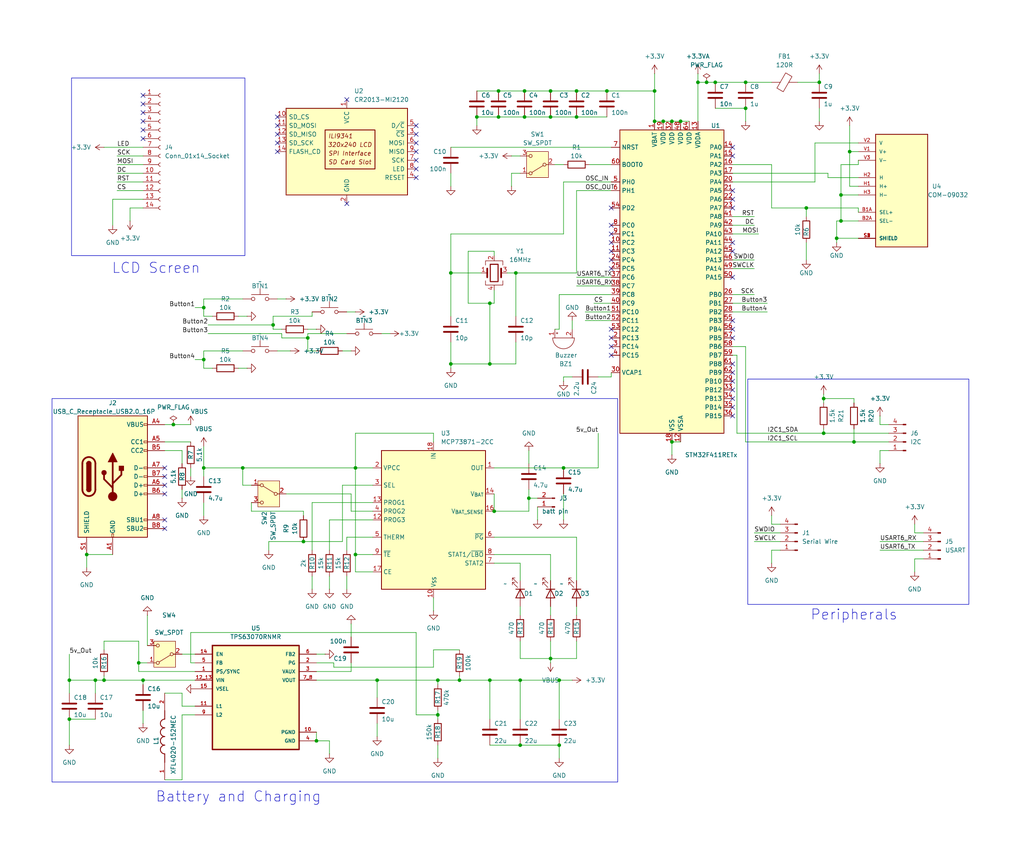
<source format=kicad_sch>
(kicad_sch (version 20250114) (generator "eeschema") (generator_version "9.0")
  (paper "User" 300 250)
  (title_block (title "Handheld"))
  (lib_symbols
    (symbol "Battery_Management:MCP73871-2CC"
      (property "Reference" "U" (at -7.62 24.13 0))
      (property "Value" "MCP73871-2CC" (at -15.24 21.59 0))
      (symbol "MCP73871-2CC_1_1"
        (pin input line (at -17.78 15.24 0) (length 2.54) (name "VPCC") (number "2"))
        (pin input line (at -17.78 10.16 0) (length 2.54) (name "SEL") (number "3"))
        (pin bidirectional line (at -17.78 5.08 0) (length 2.54) (name "PROG1") (number "13"))
        (pin input line (at -17.78 2.54 0) (length 2.54) (name "PROG2") (number "4"))
        (pin bidirectional line (at -17.78 0 0) (length 2.54) (name "PROG3") (number "12"))
        (pin bidirectional line (at -17.78 -5.08 0) (length 2.54) (name "THERM") (number "5"))
        (pin input line (at -17.78 -10.16 0) (length 2.54) (name "~{TE}") (number "9"))
        (pin input line (at -17.78 -15.24 0) (length 2.54) (name "CE") (number "17"))
        (pin power_in line (at 0 22.86 270) (length 2.54) (name "IN") (number "18"))
        (pin passive line (at 0 22.86 270) (length 2.54) (hide yes) (name "IN") (number "19"))
        (pin power_in line (at 0 -22.86 90) (length 2.54) (name "V_{SS}") (number "10"))
        (pin passive line (at 0 -22.86 90) (length 2.54) (hide yes) (name "V_{SS}") (number "11"))
        (pin passive line (at 0 -22.86 90) (length 2.54) (hide yes) (name "V_{SS}") (number "21"))
        (pin power_out line (at 17.78 15.24 180) (length 2.54) (name "OUT") (number "1"))
        (pin passive line (at 17.78 15.24 180) (length 2.54) (hide yes) (name "OUT") (number "20"))
        (pin power_out line (at 17.78 7.62 180) (length 2.54) (name "V_{BAT}") (number "14"))
        (pin passive line (at 17.78 7.62 180) (length 2.54) (hide yes) (name "V_{BAT}") (number "15"))
        (pin input line (at 17.78 2.54 180) (length 2.54) (name "V_{BAT_SENSE}") (number "16"))
        (pin open_collector line (at 17.78 -5.08 180) (length 2.54) (name "~{PG}") (number "6"))
        (pin open_collector line (at 17.78 -10.16 180) (length 2.54) (name "STAT1/~{LBO}") (number "8"))
        (pin open_collector line (at 17.78 -12.7 180) (length 2.54) (name "STAT2") (number "7"))
      )
    )
    (symbol "Connector:Conn_01x02_Pin" (pin_names (offset 1.016) (hide yes))
      (property "Reference" "J" (at 0 2.54 0))
      (property "Value" "Conn_01x02_Pin" (at 0 -5.08 0))
      (symbol "Conn_01x02_Pin_1_1"
        (pin passive line (at 5.08 0 180) (length 3.81) (name "Pin_1") (number "1"))
        (pin passive line (at 5.08 -2.54 180) (length 3.81) (name "Pin_2") (number "2"))
      )
    )
    (symbol "Connector:Conn_01x04_Pin" (pin_names (offset 1.016) (hide yes))
      (property "Reference" "J" (at 0 5.08 0))
      (property "Value" "Conn_01x04_Pin" (at 0 -7.62 0))
      (symbol "Conn_01x04_Pin_1_1"
        (pin passive line (at 5.08 2.54 180) (length 3.81) (name "Pin_1") (number "1"))
        (pin passive line (at 5.08 0 180) (length 3.81) (name "Pin_2") (number "2"))
        (pin passive line (at 5.08 -2.54 180) (length 3.81) (name "Pin_3") (number "3"))
        (pin passive line (at 5.08 -5.08 180) (length 3.81) (name "Pin_4") (number "4"))
      )
    )
    (symbol "Connector:Conn_01x14_Socket" (pin_names (offset 1.016) (hide yes))
      (property "Reference" "J" (at 0 17.78 0))
      (property "Value" "Conn_01x14_Socket" (at 0 -20.32 0))
      (symbol "Conn_01x14_Socket_1_1"
        (pin passive line (at -5.08 15.24 0) (length 3.81) (name "Pin_1") (number "1"))
        (pin passive line (at -5.08 12.7 0) (length 3.81) (name "Pin_2") (number "2"))
        (pin passive line (at -5.08 10.16 0) (length 3.81) (name "Pin_3") (number "3"))
        (pin passive line (at -5.08 7.62 0) (length 3.81) (name "Pin_4") (number "4"))
        (pin passive line (at -5.08 5.08 0) (length 3.81) (name "Pin_5") (number "5"))
        (pin passive line (at -5.08 2.54 0) (length 3.81) (name "Pin_6") (number "6"))
        (pin passive line (at -5.08 0 0) (length 3.81) (name "Pin_7") (number "7"))
        (pin passive line (at -5.08 -2.54 0) (length 3.81) (name "Pin_8") (number "8"))
        (pin passive line (at -5.08 -5.08 0) (length 3.81) (name "Pin_9") (number "9"))
        (pin passive line (at -5.08 -7.62 0) (length 3.81) (name "Pin_10") (number "10"))
        (pin passive line (at -5.08 -10.16 0) (length 3.81) (name "Pin_11") (number "11"))
        (pin passive line (at -5.08 -12.7 0) (length 3.81) (name "Pin_12") (number "12"))
        (pin passive line (at -5.08 -15.24 0) (length 3.81) (name "Pin_13") (number "13"))
        (pin passive line (at -5.08 -17.78 0) (length 3.81) (name "Pin_14") (number "14"))
      )
    )
    (symbol "Connector:USB_C_Receptacle_USB2.0_16P" (pin_names (offset 1.016))
      (property "Reference" "J" (at 0 22.225 0))
      (property "Value" "USB_C_Receptacle_USB2.0_16P" (at 0 19.685 0))
      (symbol "USB_C_Receptacle_USB2.0_16P_1_1"
        (pin passive line (at -7.62 -22.86 90) (length 5.08) (name "SHIELD") (number "S1"))
        (pin passive line (at 0 -22.86 90) (length 5.08) (name "GND") (number "A1"))
        (pin passive line (at 0 -22.86 90) (length 5.08) (hide yes) (name "GND") (number "A12"))
        (pin passive line (at 0 -22.86 90) (length 5.08) (hide yes) (name "GND") (number "B1"))
        (pin passive line (at 0 -22.86 90) (length 5.08) (hide yes) (name "GND") (number "B12"))
        (pin passive line (at 15.24 15.24 180) (length 5.08) (name "VBUS") (number "A4"))
        (pin passive line (at 15.24 15.24 180) (length 5.08) (hide yes) (name "VBUS") (number "A9"))
        (pin passive line (at 15.24 15.24 180) (length 5.08) (hide yes) (name "VBUS") (number "B4"))
        (pin passive line (at 15.24 15.24 180) (length 5.08) (hide yes) (name "VBUS") (number "B9"))
        (pin bidirectional line (at 15.24 10.16 180) (length 5.08) (name "CC1") (number "A5"))
        (pin bidirectional line (at 15.24 7.62 180) (length 5.08) (name "CC2") (number "B5"))
        (pin bidirectional line (at 15.24 2.54 180) (length 5.08) (name "D-") (number "A7"))
        (pin bidirectional line (at 15.24 0 180) (length 5.08) (name "D-") (number "B7"))
        (pin bidirectional line (at 15.24 -2.54 180) (length 5.08) (name "D+") (number "A6"))
        (pin bidirectional line (at 15.24 -5.08 180) (length 5.08) (name "D+") (number "B6"))
        (pin bidirectional line (at 15.24 -12.7 180) (length 5.08) (name "SBU1") (number "A8"))
        (pin bidirectional line (at 15.24 -15.24 180) (length 5.08) (name "SBU2") (number "B8"))
      )
    )
    (symbol "Device:Buzzer" (pin_names (offset 0.0254) (hide yes))
      (property "Reference" "BZ" (at 3.81 1.27 0))
      (property "Value" "Buzzer" (at 3.81 -1.27 0))
      (symbol "Buzzer_1_1"
        (pin passive line (at -2.54 2.54 0) (length 2.54) (name "+") (number "1"))
        (pin passive line (at -2.54 -2.54 0) (length 2.54) (name "-") (number "2"))
      )
    )
    (symbol "Device:C" (pin_numbers (hide yes)) (pin_names (offset 0.254))
      (property "Reference" "C" (at 0.635 2.54 0))
      (property "Value" "C" (at 0.635 -2.54 0))
      (symbol "C_1_1"
        (pin passive line (at 0 3.81 270) (length 2.794) (name "~") (number "1"))
        (pin passive line (at 0 -3.81 90) (length 2.794) (name "~") (number "2"))
      )
    )
    (symbol "Device:Crystal_GND24" (pin_names (offset 1.016) (hide yes))
      (property "Reference" "Y" (at 3.175 5.08 0))
      (property "Value" "Crystal_GND24" (at 3.175 3.175 0))
      (symbol "Crystal_GND24_1_1"
        (pin passive line (at -3.81 0 0) (length 1.27) (name "1") (number "1"))
        (pin passive line (at 0 5.08 270) (length 1.27) (name "2") (number "2"))
        (pin passive line (at 0 -5.08 90) (length 1.27) (name "4") (number "4"))
        (pin passive line (at 3.81 0 180) (length 1.27) (name "3") (number "3"))
      )
    )
    (symbol "Device:FerriteBead" (pin_numbers (hide yes)) (pin_names (offset 0))
      (property "Reference" "FB" (at -3.81 0.635 90))
      (property "Value" "FerriteBead" (at 3.81 0 90))
      (symbol "FerriteBead_1_1"
        (pin passive line (at 0 3.81 270) (length 2.54) (name "~") (number "1"))
        (pin passive line (at 0 -3.81 90) (length 2.54) (name "~") (number "2"))
      )
    )
    (symbol "Device:LED" (pin_numbers (hide yes)) (pin_names (offset 1.016) (hide yes))
      (property "Reference" "D" (at 0 2.54 0))
      (property "Value" "LED" (at 0 -2.54 0))
      (symbol "LED_1_1"
        (pin passive line (at -3.81 0 0) (length 2.54) (name "K") (number "1"))
        (pin passive line (at 3.81 0 180) (length 2.54) (name "A") (number "2"))
      )
    )
    (symbol "Device:R" (pin_numbers (hide yes)) (pin_names (offset 0))
      (property "Reference" "R" (at 2.032 0 90))
      (property "Value" "R" (at 0 0 90))
      (symbol "R_1_1"
        (pin passive line (at 0 3.81 270) (length 1.27) (name "~") (number "1"))
        (pin passive line (at 0 -3.81 90) (length 1.27) (name "~") (number "2"))
      )
    )
    (symbol "Driver_Display:CR2013-MI2120" (pin_names (offset 0.762))
      (property "Reference" "U" (at -17.526 13.97 0))
      (property "Value" "CR2013-MI2120" (at 1.905 13.97 0))
      (symbol "CR2013-MI2120_0_0"
        (text "ILI9341" (at -5.461 4.572 0) (effects (font (size 1.27 1.27) (italic yes)) (justify left)))
        (text "SPI Interface" (at -5.461 -0.508 0) (effects (font (size 1.27 1.27) (italic yes)) (justify left)))
        (text "SD Card Slot" (at -5.461 -3.048 0) (effects (font (size 1.27 1.27) (italic yes)) (justify left)))
        (text "320x240 LCD" (at 0.889 2.032 0) (effects (font (size 1.27 1.27) (italic yes))))
      )
      (symbol "CR2013-MI2120_1_1"
        (pin input line (at -20.32 10.16 0) (length 2.54) (name "SD_CS") (number "10"))
        (pin input line (at -20.32 7.62 0) (length 2.54) (name "SD_MOSI") (number "11"))
        (pin output line (at -20.32 5.08 0) (length 2.54) (name "SD_MISO") (number "12"))
        (pin input line (at -20.32 2.54 0) (length 2.54) (name "SD_SCK") (number "13"))
        (pin input line (at -20.32 0 0) (length 2.54) (name "FLASH_CD") (number "14"))
        (pin power_in line (at 0 15.24 270) (length 2.54) (name "VCC") (number "1"))
        (pin power_in line (at 0 -15.24 90) (length 2.54) (name "GND") (number "2"))
        (pin input line (at 20.32 7.62 180) (length 2.54) (name "D/~{C}") (number "5"))
        (pin input line (at 20.32 5.08 180) (length 2.54) (name "~{CS}") (number "3"))
        (pin input line (at 20.32 2.54 180) (length 2.54) (name "MOSI") (number "6"))
        (pin output line (at 20.32 0 180) (length 2.54) (name "MISO") (number "9"))
        (pin input line (at 20.32 -2.54 180) (length 2.54) (name "SCK") (number "7"))
        (pin input line (at 20.32 -5.08 180) (length 2.54) (name "LED") (number "8"))
        (pin input line (at 20.32 -7.62 180) (length 2.54) (name "RESET") (number "4"))
      )
    )
    (symbol "Joystick-COM-09032:COM-09032" (pin_names (offset 1.016))
      (property "Reference" "U" (at -7.62 16.002 0))
      (property "Value" "COM-09032" (at -7.62 -20.32 0))
      (symbol "COM-09032_0_0"
        (pin passive line (at -12.7 12.7 0) (length 5.08) (name "V") (number "V2"))
        (pin passive line (at -12.7 10.16 0) (length 5.08) (name "V+") (number "V1"))
        (pin passive line (at -12.7 7.62 0) (length 5.08) (name "V-") (number "V3"))
        (pin passive line (at -12.7 2.54 0) (length 5.08) (name "H") (number "H2"))
        (pin passive line (at -12.7 0 0) (length 5.08) (name "H+") (number "H1"))
        (pin passive line (at -12.7 -2.54 0) (length 5.08) (name "H-") (number "H3"))
        (pin passive line (at -12.7 -7.62 0) (length 5.08) (name "SEL+") (number "B1A"))
        (pin passive line (at -12.7 -10.16 0) (length 5.08) (name "SEL-") (number "B2A"))
        (pin passive line (at -12.7 -15.24 0) (length 5.08) (name "SHIELD") (number "S1"))
        (pin passive line (at -12.7 -15.24 0) (length 5.08) (name "SHIELD") (number "S2"))
        (pin passive line (at -12.7 -15.24 0) (length 5.08) (name "SHIELD") (number "S3"))
        (pin passive line (at -12.7 -15.24 0) (length 5.08) (name "SHIELD") (number "S4"))
      )
    )
    (symbol "MCU_ST_STM32F4:STM32F411RETx"
      (property "Reference" "U" (at -15.24 46.99 0))
      (property "Value" "STM32F411RETx" (at 10.16 46.99 0))
      (symbol "STM32F411RETx_1_1"
        (pin input line (at -17.78 40.64 0) (length 2.54) (name "NRST") (number "7"))
        (pin input line (at -17.78 35.56 0) (length 2.54) (name "BOOT0") (number "60"))
        (pin bidirectional line (at -17.78 30.48 0) (length 2.54) (name "PH0") (number "5"))
        (pin bidirectional line (at -17.78 27.94 0) (length 2.54) (name "PH1") (number "6"))
        (pin bidirectional line (at -17.78 22.86 0) (length 2.54) (name "PD2") (number "54"))
        (pin bidirectional line (at -17.78 17.78 0) (length 2.54) (name "PC0") (number "8"))
        (pin bidirectional line (at -17.78 15.24 0) (length 2.54) (name "PC1") (number "9"))
        (pin bidirectional line (at -17.78 12.7 0) (length 2.54) (name "PC2") (number "10"))
        (pin bidirectional line (at -17.78 10.16 0) (length 2.54) (name "PC3") (number "11"))
        (pin bidirectional line (at -17.78 7.62 0) (length 2.54) (name "PC4") (number "24"))
        (pin bidirectional line (at -17.78 5.08 0) (length 2.54) (name "PC5") (number "25"))
        (pin bidirectional line (at -17.78 2.54 0) (length 2.54) (name "PC6") (number "37"))
        (pin bidirectional line (at -17.78 0 0) (length 2.54) (name "PC7") (number "38"))
        (pin bidirectional line (at -17.78 -2.54 0) (length 2.54) (name "PC8") (number "39"))
        (pin bidirectional line (at -17.78 -5.08 0) (length 2.54) (name "PC9") (number "40"))
        (pin bidirectional line (at -17.78 -7.62 0) (length 2.54) (name "PC10") (number "51"))
        (pin bidirectional line (at -17.78 -10.16 0) (length 2.54) (name "PC11") (number "52"))
        (pin bidirectional line (at -17.78 -12.7 0) (length 2.54) (name "PC12") (number "53"))
        (pin bidirectional line (at -17.78 -15.24 0) (length 2.54) (name "PC13") (number "2"))
        (pin bidirectional line (at -17.78 -17.78 0) (length 2.54) (name "PC14") (number "3"))
        (pin bidirectional line (at -17.78 -20.32 0) (length 2.54) (name "PC15") (number "4"))
        (pin power_out line (at -17.78 -25.4 0) (length 2.54) (name "VCAP1") (number "30"))
        (pin power_in line (at -5.08 48.26 270) (length 2.54) (name "VBAT") (number "1"))
        (pin power_in line (at -2.54 48.26 270) (length 2.54) (name "VDD") (number "19"))
        (pin power_in line (at 0 48.26 270) (length 2.54) (name "VDD") (number "32"))
        (pin power_in line (at 0 -45.72 90) (length 2.54) (name "VSS") (number "18"))
        (pin passive line (at 0 -45.72 90) (length 2.54) (hide yes) (name "VSS") (number "31"))
        (pin passive line (at 0 -45.72 90) (length 2.54) (hide yes) (name "VSS") (number "47"))
        (pin passive line (at 0 -45.72 90) (length 2.54) (hide yes) (name "VSS") (number "63"))
        (pin power_in line (at 2.54 48.26 270) (length 2.54) (name "VDD") (number "48"))
        (pin power_in line (at 2.54 -45.72 90) (length 2.54) (name "VSSA") (number "12"))
        (pin power_in line (at 5.08 48.26 270) (length 2.54) (name "VDD") (number "64"))
        (pin power_in line (at 7.62 48.26 270) (length 2.54) (name "VDDA") (number "13"))
        (pin bidirectional line (at 17.78 40.64 180) (length 2.54) (name "PA0") (number "14"))
        (pin bidirectional line (at 17.78 38.1 180) (length 2.54) (name "PA1") (number "15"))
        (pin bidirectional line (at 17.78 35.56 180) (length 2.54) (name "PA2") (number "16"))
        (pin bidirectional line (at 17.78 33.02 180) (length 2.54) (name "PA3") (number "17"))
        (pin bidirectional line (at 17.78 30.48 180) (length 2.54) (name "PA4") (number "20"))
        (pin bidirectional line (at 17.78 27.94 180) (length 2.54) (name "PA5") (number "21"))
        (pin bidirectional line (at 17.78 25.4 180) (length 2.54) (name "PA6") (number "22"))
        (pin bidirectional line (at 17.78 22.86 180) (length 2.54) (name "PA7") (number "23"))
        (pin bidirectional line (at 17.78 20.32 180) (length 2.54) (name "PA8") (number "41"))
        (pin bidirectional line (at 17.78 17.78 180) (length 2.54) (name "PA9") (number "42"))
        (pin bidirectional line (at 17.78 15.24 180) (length 2.54) (name "PA10") (number "43"))
        (pin bidirectional line (at 17.78 12.7 180) (length 2.54) (name "PA11") (number "44"))
        (pin bidirectional line (at 17.78 10.16 180) (length 2.54) (name "PA12") (number "45"))
        (pin bidirectional line (at 17.78 7.62 180) (length 2.54) (name "PA13") (number "46"))
        (pin bidirectional line (at 17.78 5.08 180) (length 2.54) (name "PA14") (number "49"))
        (pin bidirectional line (at 17.78 2.54 180) (length 2.54) (name "PA15") (number "50"))
        (pin bidirectional line (at 17.78 -2.54 180) (length 2.54) (name "PB0") (number "26"))
        (pin bidirectional line (at 17.78 -5.08 180) (length 2.54) (name "PB1") (number "27"))
        (pin bidirectional line (at 17.78 -7.62 180) (length 2.54) (name "PB2") (number "28"))
        (pin bidirectional line (at 17.78 -10.16 180) (length 2.54) (name "PB3") (number "55"))
        (pin bidirectional line (at 17.78 -12.7 180) (length 2.54) (name "PB4") (number "56"))
        (pin bidirectional line (at 17.78 -15.24 180) (length 2.54) (name "PB5") (number "57"))
        (pin bidirectional line (at 17.78 -17.78 180) (length 2.54) (name "PB6") (number "58"))
        (pin bidirectional line (at 17.78 -20.32 180) (length 2.54) (name "PB7") (number "59"))
        (pin bidirectional line (at 17.78 -22.86 180) (length 2.54) (name "PB8") (number "61"))
        (pin bidirectional line (at 17.78 -25.4 180) (length 2.54) (name "PB9") (number "62"))
        (pin bidirectional line (at 17.78 -27.94 180) (length 2.54) (name "PB10") (number "29"))
        (pin bidirectional line (at 17.78 -30.48 180) (length 2.54) (name "PB12") (number "33"))
        (pin bidirectional line (at 17.78 -33.02 180) (length 2.54) (name "PB13") (number "34"))
        (pin bidirectional line (at 17.78 -35.56 180) (length 2.54) (name "PB14") (number "35"))
        (pin bidirectional line (at 17.78 -38.1 180) (length 2.54) (name "PB15") (number "36"))
      )
    )
    (symbol "Switch:SW_Push" (pin_numbers (hide yes)) (pin_names (offset 1.016) (hide yes))
      (property "Reference" "SW" (at 1.27 2.54 0))
      (property "Value" "SW_Push" (at 0 -1.524 0))
      (symbol "SW_Push_0_1"
        (pin passive line (at -5.08 0 0) (length 2.54) (name "1") (number "1"))
        (pin passive line (at 5.08 0 180) (length 2.54) (name "2") (number "2"))
      )
    )
    (symbol "Switch:SW_SPDT" (pin_names (offset 0) (hide yes))
      (property "Reference" "SW" (at 0 5.08 0))
      (property "Value" "SW_SPDT" (at 0 -5.08 0))
      (symbol "SW_SPDT_1_1"
        (pin passive line (at -5.08 0 0) (length 2.54) (name "B") (number "2"))
        (pin passive line (at 5.08 2.54 180) (length 2.54) (name "A") (number "1"))
        (pin passive line (at 5.08 -2.54 180) (length 2.54) (name "C") (number "3"))
      )
    )
    (symbol "TPS63070RNMR:TPS63070RNMR" (pin_names (offset 1.016))
      (property "Reference" "U" (at -12.7 16.24 0))
      (property "Value" "TPS63070RNMR" (at -12.7 -19.24 0))
      (symbol "TPS63070RNMR_0_0"
        (pin input line (at -17.78 12.7 0) (length 5.08) (name "EN") (number "14"))
        (pin input line (at -17.78 10.16 0) (length 5.08) (name "FB") (number "5"))
        (pin input line (at -17.78 7.62 0) (length 5.08) (name "PS/SYNC") (number "1"))
        (pin input line (at -17.78 5.08 0) (length 5.08) (name "VIN") (number "12_13"))
        (pin input line (at -17.78 2.54 0) (length 5.08) (name "VSEL") (number "15"))
        (pin bidirectional line (at -17.78 -2.54 0) (length 5.08) (name "L1") (number "11"))
        (pin bidirectional line (at -17.78 -5.08 0) (length 5.08) (name "L2") (number "9"))
        (pin output line (at 17.78 12.7 180) (length 5.08) (name "FB2") (number "6"))
        (pin output line (at 17.78 10.16 180) (length 5.08) (name "PG") (number "2"))
        (pin output line (at 17.78 7.62 180) (length 5.08) (name "VAUX") (number "3"))
        (pin output line (at 17.78 5.08 180) (length 5.08) (name "VOUT") (number "7_8"))
        (pin power_in line (at 17.78 -10.16 180) (length 5.08) (name "PGND") (number "10"))
        (pin power_in line (at 17.78 -12.7 180) (length 5.08) (name "GND") (number "4"))
      )
    )
    (symbol "XFL4020-152MEC:XFL4020-152MEC" (pin_names (offset 1.016))
      (property "Reference" "L" (at -5.08 2.54 0))
      (property "Value" "XFL4020-152MEC" (at -5.08 -2.54 0))
      (symbol "XFL4020-152MEC_0_0"
        (pin passive line (at -12.7 0 0) (length 5.08) (name "~") (number "1"))
        (pin passive line (at 12.7 0 180) (length 5.08) (name "~") (number "2"))
      )
    )
    (symbol "power:+3.3V" (power) (pin_numbers (hide yes)) (pin_names (offset 0) (hide yes))
      (property "Value" "+3.3V" (at 0 3.556 0))
      (symbol "+3.3V_1_1"
        (pin power_in line (at 0 0 90) (length 0) (name "~") (number "1"))
      )
    )
    (symbol "power:+3.3VA" (power) (pin_numbers (hide yes)) (pin_names (offset 0) (hide yes))
      (property "Value" "+3.3VA" (at 0 3.556 0))
      (symbol "+3.3VA_1_1"
        (pin power_in line (at 0 0 90) (length 0) (name "~") (number "1"))
      )
    )
    (symbol "power:GND" (power) (pin_numbers (hide yes)) (pin_names (offset 0) (hide yes))
      (property "Value" "GND" (at 0 -3.81 0))
      (symbol "GND_1_1"
        (pin power_in line (at 0 0 270) (length 0) (name "~") (number "1"))
      )
    )
    (symbol "power:PWR_FLAG" (power) (pin_numbers (hide yes)) (pin_names (offset 0) (hide yes))
      (property "Value" "PWR_FLAG" (at 0 3.81 0))
      (symbol "PWR_FLAG_0_0"
        (pin power_out line (at 0 0 90) (length 0) (name "~") (number "1"))
      )
    )
    (symbol "power:VBUS" (power) (pin_numbers (hide yes)) (pin_names (offset 0) (hide yes))
      (property "Value" "VBUS" (at 0 3.556 0))
      (symbol "VBUS_1_1"
        (pin power_in line (at 0 0 90) (length 0) (name "~") (number "1"))
      )
    )
  )
  (rectangle (start 20.955 22.86) (end 71.755 74.93))
  (rectangle (start 219.075 111.125) (end 283.845 177.165))
  (rectangle (start 15.24 116.84) (end 180.975 229.235))
  (text "Battery and Charging" (at 69.85 233.68 0) (effects (font (size 3 3))))
  (text "Peripherals\n" (at 250.19 180.34 0) (effects (font (size 3 3))))
  (text "LCD Screen" (at 45.72 78.74 0) (effects (font (size 3 3))))
  (junction (at 236.22 60.96))
  (junction (at 165.1 137.16))
  (junction (at 71.12 137.16))
  (junction (at 90.17 99.06))
  (junction (at 104.14 137.16))
  (junction (at 59.69 137.16))
  (junction (at 246.38 57.15))
  (junction (at 199.39 35.56))
  (junction (at 154.94 146.05))
  (junction (at 128.27 209.55))
  (junction (at 104.14 162.56))
  (junction (at 163.83 199.39))
  (junction (at 191.77 26.67))
  (junction (at 161.29 193.04))
  (junction (at 209.55 24.13))
  (junction (at 196.85 35.56))
  (junction (at 241.3 127))
  (junction (at 194.31 35.56))
  (junction (at 168.91 34.29))
  (junction (at 207.01 24.13))
  (junction (at 128.27 199.39))
  (junction (at 132.08 80.01))
  (junction (at 59.69 105.41))
  (junction (at 146.05 26.67))
  (junction (at 168.91 26.67))
  (junction (at 144.78 149.86))
  (junction (at 27.94 199.39))
  (junction (at 143.51 106.68))
  (junction (at 59.69 90.17))
  (junction (at 191.77 35.56))
  (junction (at 25.4 162.56))
  (junction (at 153.67 26.67))
  (junction (at 161.29 34.29))
  (junction (at 250.19 129.54))
  (junction (at 218.44 31.75))
  (junction (at 240.03 24.13))
  (junction (at 246.38 64.77))
  (junction (at 248.92 44.45))
  (junction (at 41.91 199.39))
  (junction (at 110.49 199.39))
  (junction (at 134.62 199.39))
  (junction (at 204.47 24.13))
  (junction (at 161.29 26.67))
  (junction (at 163.83 218.44))
  (junction (at 139.7 34.29))
  (junction (at 80.01 95.25))
  (junction (at 218.44 24.13))
  (junction (at 152.4 199.39))
  (junction (at 151.13 80.01))
  (junction (at 40.64 194.31))
  (junction (at 196.85 129.54))
  (junction (at 245.11 69.85))
  (junction (at 177.8 26.67))
  (junction (at 92.71 217.17))
  (junction (at 152.4 218.44))
  (junction (at 143.51 199.39))
  (junction (at 88.9 158.75))
  (junction (at 132.08 106.68))
  (junction (at 20.32 210.82))
  (junction (at 153.67 34.29))
  (junction (at 50.8 124.46))
  (junction (at 30.48 199.39))
  (junction (at 143.51 88.9))
  (junction (at 20.32 199.39))
  (junction (at 241.3 116.84))
  (junction (at 146.05 34.29))
  (no_connect (at 121.92 39.37))
  (no_connect (at 214.63 106.68))
  (no_connect (at 101.6 59.69))
  (no_connect (at 48.26 154.94))
  (no_connect (at 179.07 104.14))
  (no_connect (at 48.26 142.24))
  (no_connect (at 179.07 99.06))
  (no_connect (at 41.91 33.02))
  (no_connect (at 179.07 78.74))
  (no_connect (at 179.07 66.04))
  (no_connect (at 179.07 76.2))
  (no_connect (at 214.63 114.3))
  (no_connect (at 214.63 60.96))
  (no_connect (at 214.63 58.42))
  (no_connect (at 214.63 109.22))
  (no_connect (at 121.92 49.53))
  (no_connect (at 214.63 116.84))
  (no_connect (at 179.07 71.12))
  (no_connect (at 81.28 44.45))
  (no_connect (at 121.92 52.07))
  (no_connect (at 214.63 55.88))
  (no_connect (at 214.63 99.06))
  (no_connect (at 81.28 36.83))
  (no_connect (at 214.63 96.52))
  (no_connect (at 214.63 43.18))
  (no_connect (at 214.63 73.66))
  (no_connect (at 121.92 36.83))
  (no_connect (at 81.28 39.37))
  (no_connect (at 179.07 96.52))
  (no_connect (at 214.63 71.12))
  (no_connect (at 48.26 152.4))
  (no_connect (at 214.63 81.28))
  (no_connect (at 179.07 101.6))
  (no_connect (at 179.07 73.66))
  (no_connect (at 48.26 137.16))
  (no_connect (at 214.63 45.72))
  (no_connect (at 41.91 27.94))
  (no_connect (at 121.92 41.91))
  (no_connect (at 81.28 41.91))
  (no_connect (at 214.63 121.92))
  (no_connect (at 101.6 29.21))
  (no_connect (at 48.26 139.7))
  (no_connect (at 179.07 60.96))
  (no_connect (at 121.92 44.45))
  (no_connect (at 81.28 34.29))
  (no_connect (at 41.91 38.1))
  (no_connect (at 48.26 144.78))
  (no_connect (at 41.91 40.64))
  (no_connect (at 179.07 68.58))
  (no_connect (at 214.63 93.98))
  (no_connect (at 41.91 35.56))
  (no_connect (at 41.91 30.48))
  (no_connect (at 121.92 46.99))
  (no_connect (at 214.63 119.38))
  (no_connect (at 214.63 111.76))
  (wire (pts (xy 34.29 55.88) (xy 41.91 55.88)))
  (wire (pts (xy 152.4 199.39) (xy 143.51 199.39)))
  (wire (pts (xy 34.29 48.26) (xy 41.91 48.26)))
  (wire (pts (xy 168.91 80.01) (xy 168.91 55.88)))
  (wire (pts (xy 246.38 57.15) (xy 251.46 57.15)))
  (wire (pts (xy 242.57 50.8) (xy 242.57 52.07)))
  (wire (pts (xy 146.05 34.29) (xy 153.67 34.29)))
  (wire (pts (xy 34.29 45.72) (xy 41.91 45.72)))
  (wire (pts (xy 152.4 218.44) (xy 163.83 218.44)))
  (wire (pts (xy 80.01 95.25) (xy 80.01 96.52)))
  (wire (pts (xy 132.08 43.18) (xy 179.07 43.18)))
  (wire (pts (xy 240.03 31.75) (xy 240.03 35.56)))
  (wire (pts (xy 40.64 196.85) (xy 57.15 196.85)))
  (wire (pts (xy 161.29 26.67) (xy 168.91 26.67)))
  (wire (pts (xy 163.83 96.52) (xy 162.56 96.52)))
  (wire (pts (xy 163.83 86.36) (xy 163.83 96.52)))
  (wire (pts (xy 144.78 162.56) (xy 161.29 162.56)))
  (wire (pts (xy 149.86 45.72) (xy 152.4 45.72)))
  (wire (pts (xy 91.44 168.91) (xy 91.44 172.72)))
  (wire (pts (xy 241.3 127) (xy 260.35 127)))
  (wire (pts (xy 220.98 156.21) (xy 228.6 156.21)))
  (wire (pts (xy 163.83 199.39) (xy 167.64 199.39)))
  (wire (pts (xy 257.81 124.46) (xy 257.81 121.92)))
  (wire (pts (xy 128.27 218.44) (xy 128.27 222.25)))
  (wire (pts (xy 101.6 91.44) (xy 104.14 91.44)))
  (wire (pts (xy 257.81 132.08) (xy 257.81 135.89)))
  (wire (pts (xy 88.9 151.13) (xy 88.9 149.86)))
  (wire (pts (xy 242.57 52.07) (xy 251.46 52.07)))
  (wire (pts (xy 165.1 53.34) (xy 179.07 53.34)))
  (wire (pts (xy 236.22 71.12) (xy 236.22 76.2)))
  (wire (pts (xy 250.19 129.54) (xy 260.35 129.54)))
  (wire (pts (xy 236.22 60.96) (xy 226.06 60.96)))
  (wire (pts (xy 238.76 41.91) (xy 251.46 41.91)))
  (wire (pts (xy 214.63 63.5) (xy 220.98 63.5)))
  (wire (pts (xy 152.4 187.96) (xy 152.4 193.04)))
  (wire (pts (xy 80.01 92.71) (xy 80.01 95.25)))
  (wire (pts (xy 151.13 106.68) (xy 151.13 100.33)))
  (wire (pts (xy 250.19 125.73) (xy 250.19 129.54)))
  (wire (pts (xy 260.35 124.46) (xy 257.81 124.46)))
  (wire (pts (xy 154.94 146.05) (xy 154.94 149.86)))
  (wire (pts (xy 226.06 48.26) (xy 226.06 60.96)))
  (wire (pts (xy 27.94 210.82) (xy 20.32 210.82)))
  (wire (pts (xy 246.38 48.26) (xy 251.46 48.26)))
  (wire (pts (xy 165.1 144.78) (xy 165.1 152.4)))
  (wire (pts (xy 251.46 60.96) (xy 236.22 60.96)))
  (wire (pts (xy 167.64 93.98) (xy 167.64 96.52)))
  (wire (pts (xy 30.48 187.96) (xy 40.64 187.96)))
  (wire (pts (xy 111.76 97.79) (xy 114.3 97.79)))
  (wire (pts (xy 40.64 187.96) (xy 40.64 194.31)))
  (wire (pts (xy 53.34 191.77) (xy 57.15 191.77)))
  (wire (pts (xy 55.88 185.42) (xy 55.88 194.31)))
  (wire (pts (xy 215.9 104.14) (xy 214.63 104.14)))
  (wire (pts (xy 144.78 88.9) (xy 143.51 88.9)))
  (wire (pts (xy 128.27 200.66) (xy 128.27 199.39)))
  (wire (pts (xy 226.06 161.29) (xy 226.06 165.1)))
  (wire (pts (xy 179.07 110.49) (xy 175.26 110.49)))
  (wire (pts (xy 157.48 148.59) (xy 157.48 152.4)))
  (wire (pts (xy 215.9 104.14) (xy 215.9 127)))
  (wire (pts (xy 59.69 130.81) (xy 59.69 137.16)))
  (wire (pts (xy 34.29 50.8) (xy 41.91 50.8)))
  (wire (pts (xy 59.69 107.95) (xy 62.23 107.95)))
  (wire (pts (xy 204.47 24.13) (xy 204.47 35.56)))
  (wire (pts (xy 127 190.5) (xy 134.62 190.5)))
  (wire (pts (xy 245.11 69.85) (xy 251.46 69.85)))
  (wire (pts (xy 233.68 24.13) (xy 240.03 24.13)))
  (wire (pts (xy 140.97 80.01) (xy 132.08 80.01)))
  (wire (pts (xy 128.27 208.28) (xy 128.27 209.55)))
  (wire (pts (xy 165.1 68.58) (xy 132.08 68.58)))
  (wire (pts (xy 109.22 157.48) (xy 101.6 157.48)))
  (wire (pts (xy 139.7 34.29) (xy 146.05 34.29)))
  (wire (pts (xy 246.38 64.77) (xy 245.11 64.77)))
  (wire (pts (xy 90.17 102.87) (xy 92.71 102.87)))
  (wire (pts (xy 257.81 158.75) (xy 270.51 158.75)))
  (wire (pts (xy 100.33 102.87) (xy 102.87 102.87)))
  (wire (pts (xy 214.63 78.74) (xy 220.98 78.74)))
  (wire (pts (xy 57.15 207.01) (xy 53.34 207.01)))
  (wire (pts (xy 102.87 194.31) (xy 102.87 196.85)))
  (wire (pts (xy 194.31 35.56) (xy 191.77 35.56)))
  (wire (pts (xy 154.94 132.08) (xy 154.94 135.89)))
  (wire (pts (xy 81.28 87.63) (xy 83.82 87.63)))
  (wire (pts (xy 209.55 31.75) (xy 218.44 31.75)))
  (wire (pts (xy 152.4 177.8) (xy 152.4 180.34)))
  (wire (pts (xy 96.52 220.98) (xy 96.52 217.17)))
  (wire (pts (xy 246.38 48.26) (xy 246.38 57.15)))
  (wire (pts (xy 168.91 55.88) (xy 179.07 55.88)))
  (wire (pts (xy 165.1 110.49) (xy 165.1 111.76)))
  (wire (pts (xy 59.69 137.16) (xy 71.12 137.16)))
  (wire (pts (xy 214.63 76.2) (xy 220.98 76.2)))
  (wire (pts (xy 137.16 88.9) (xy 137.16 73.66)))
  (wire (pts (xy 163.83 199.39) (xy 152.4 199.39)))
  (wire (pts (xy 207.01 24.13) (xy 209.55 24.13)))
  (wire (pts (xy 110.49 199.39) (xy 110.49 204.47)))
  (wire (pts (xy 92.71 196.85) (xy 102.87 196.85)))
  (wire (pts (xy 144.78 73.66) (xy 144.78 74.93)))
  (wire (pts (xy 41.91 199.39) (xy 41.91 200.66)))
  (wire (pts (xy 60.96 95.25) (xy 80.01 95.25)))
  (wire (pts (xy 97.79 194.31) (xy 97.79 195.58)))
  (wire (pts (xy 251.46 48.26) (xy 251.46 46.99)))
  (wire (pts (xy 121.92 209.55) (xy 128.27 209.55)))
  (wire (pts (xy 218.44 101.6) (xy 218.44 129.54)))
  (wire (pts (xy 48.26 228.6) (xy 53.34 228.6)))
  (wire (pts (xy 241.3 116.84) (xy 250.19 116.84)))
  (wire (pts (xy 127 175.26) (xy 127 179.07)))
  (wire (pts (xy 82.55 99.06) (xy 90.17 99.06)))
  (wire (pts (xy 59.69 87.63) (xy 71.12 87.63)))
  (wire (pts (xy 152.4 210.82) (xy 152.4 199.39)))
  (wire (pts (xy 134.62 198.12) (xy 134.62 199.39)))
  (wire (pts (xy 241.3 125.73) (xy 241.3 127)))
  (wire (pts (xy 144.78 85.09) (xy 144.78 88.9)))
  (wire (pts (xy 121.92 185.42) (xy 55.88 185.42)))
  (wire (pts (xy 218.44 129.54) (xy 250.19 129.54)))
  (wire (pts (xy 104.14 127) (xy 104.14 137.16)))
  (wire (pts (xy 92.71 191.77) (xy 95.25 191.77)))
  (wire (pts (xy 144.78 157.48) (xy 168.91 157.48)))
  (wire (pts (xy 143.51 88.9) (xy 143.51 106.68)))
  (wire (pts (xy 48.26 129.54) (xy 55.88 129.54)))
  (wire (pts (xy 109.22 152.4) (xy 96.52 152.4)))
  (wire (pts (xy 101.6 168.91) (xy 101.6 172.72)))
  (wire (pts (xy 144.78 137.16) (xy 165.1 137.16)))
  (wire (pts (xy 102.87 144.78) (xy 102.87 149.86)))
  (wire (pts (xy 41.91 199.39) (xy 57.15 199.39)))
  (wire (pts (xy 53.34 209.55) (xy 53.34 228.6)))
  (wire (pts (xy 96.52 152.4) (xy 96.52 161.29)))
  (wire (pts (xy 80.01 96.52) (xy 82.55 96.52)))
  (wire (pts (xy 88.9 158.75) (xy 100.33 158.75)))
  (wire (pts (xy 179.07 86.36) (xy 163.83 86.36)))
  (wire (pts (xy 34.29 53.34) (xy 41.91 53.34)))
  (wire (pts (xy 27.94 199.39) (xy 30.48 199.39)))
  (wire (pts (xy 241.3 115.57) (xy 241.3 116.84)))
  (wire (pts (xy 81.28 102.87) (xy 85.09 102.87)))
  (wire (pts (xy 128.27 199.39) (xy 110.49 199.39)))
  (wire (pts (xy 220.98 158.75) (xy 228.6 158.75)))
  (wire (pts (xy 162.56 48.26) (xy 165.1 48.26)))
  (wire (pts (xy 132.08 100.33) (xy 132.08 106.68)))
  (wire (pts (xy 204.47 24.13) (xy 207.01 24.13)))
  (wire (pts (xy 241.3 116.84) (xy 241.3 118.11)))
  (wire (pts (xy 90.17 99.06) (xy 90.17 102.87)))
  (wire (pts (xy 245.11 69.85) (xy 245.11 71.12)))
  (wire (pts (xy 20.32 191.77) (xy 20.32 199.39)))
  (wire (pts (xy 104.14 162.56) (xy 104.14 167.64)))
  (wire (pts (xy 92.71 199.39) (xy 110.49 199.39)))
  (wire (pts (xy 248.92 54.61) (xy 248.92 44.45)))
  (wire (pts (xy 161.29 34.29) (xy 168.91 34.29)))
  (wire (pts (xy 236.22 60.96) (xy 236.22 63.5)))
  (wire (pts (xy 80.01 92.71) (xy 91.44 92.71)))
  (wire (pts (xy 214.63 68.58) (xy 222.25 68.58)))
  (wire (pts (xy 171.45 93.98) (xy 179.07 93.98)))
  (wire (pts (xy 146.05 26.67) (xy 153.67 26.67)))
  (wire (pts (xy 20.32 203.2) (xy 20.32 199.39)))
  (wire (pts (xy 218.44 101.6) (xy 214.63 101.6)))
  (wire (pts (xy 218.44 31.75) (xy 218.44 35.56)))
  (wire (pts (xy 53.34 209.55) (xy 57.15 209.55)))
  (wire (pts (xy 57.15 105.41) (xy 59.69 105.41)))
  (wire (pts (xy 88.9 149.86) (xy 73.66 149.86)))
  (wire (pts (xy 41.91 60.96) (xy 38.1 60.96)))
  (wire (pts (xy 257.81 161.29) (xy 270.51 161.29)))
  (wire (pts (xy 143.51 106.68) (xy 151.13 106.68)))
  (wire (pts (xy 59.69 102.87) (xy 59.69 105.41)))
  (wire (pts (xy 226.06 48.26) (xy 214.63 48.26)))
  (wire (pts (xy 215.9 127) (xy 241.3 127)))
  (wire (pts (xy 228.6 153.67) (xy 226.06 153.67)))
  (wire (pts (xy 69.85 107.95) (xy 72.39 107.95)))
  (wire (pts (xy 104.14 137.16) (xy 104.14 162.56)))
  (wire (pts (xy 204.47 24.13) (xy 204.47 21.59)))
  (wire (pts (xy 144.78 149.86) (xy 154.94 149.86)))
  (wire (pts (xy 168.91 83.82) (xy 179.07 83.82)))
  (wire (pts (xy 167.64 110.49) (xy 165.1 110.49)))
  (wire (pts (xy 69.85 92.71) (xy 72.39 92.71)))
  (wire (pts (xy 248.92 44.45) (xy 248.92 36.83)))
  (wire (pts (xy 102.87 186.69) (xy 102.87 182.88)))
  (wire (pts (xy 152.4 165.1) (xy 152.4 170.18)))
  (wire (pts (xy 59.69 147.32) (xy 59.69 151.13)))
  (wire (pts (xy 267.97 156.21) (xy 267.97 153.67)))
  (wire (pts (xy 163.83 210.82) (xy 163.83 199.39)))
  (wire (pts (xy 96.52 168.91) (xy 96.52 172.72)))
  (wire (pts (xy 172.72 48.26) (xy 179.07 48.26)))
  (wire (pts (xy 59.69 90.17) (xy 59.69 87.63)))
  (wire (pts (xy 30.48 199.39) (xy 41.91 199.39)))
  (wire (pts (xy 161.29 193.04) (xy 161.29 194.31)))
  (wire (pts (xy 53.34 203.2) (xy 48.26 203.2)))
  (wire (pts (xy 100.33 158.75) (xy 100.33 142.24)))
  (wire (pts (xy 33.02 58.42) (xy 41.91 58.42)))
  (wire (pts (xy 168.91 34.29) (xy 177.8 34.29)))
  (wire (pts (xy 57.15 90.17) (xy 59.69 90.17)))
  (wire (pts (xy 88.9 158.75) (xy 78.74 158.75)))
  (wire (pts (xy 53.34 132.08) (xy 48.26 132.08)))
  (wire (pts (xy 91.44 147.32) (xy 109.22 147.32)))
  (wire (pts (xy 173.99 88.9) (xy 179.07 88.9)))
  (wire (pts (xy 132.08 106.68) (xy 132.08 107.95)))
  (wire (pts (xy 196.85 35.56) (xy 194.31 35.56)))
  (wire (pts (xy 127 127) (xy 104.14 127)))
  (wire (pts (xy 149.86 50.8) (xy 152.4 50.8)))
  (wire (pts (xy 59.69 92.71) (xy 59.69 90.17)))
  (wire (pts (xy 143.51 199.39) (xy 134.62 199.39)))
  (wire (pts (xy 33.02 66.04) (xy 33.02 58.42)))
  (wire (pts (xy 73.66 149.86) (xy 73.66 147.32)))
  (wire (pts (xy 104.14 137.16) (xy 109.22 137.16)))
  (wire (pts (xy 92.71 194.31) (xy 97.79 194.31)))
  (wire (pts (xy 90.17 96.52) (xy 92.71 96.52)))
  (wire (pts (xy 163.83 218.44) (xy 163.83 222.25)))
  (wire (pts (xy 78.74 158.75) (xy 78.74 161.29)))
  (wire (pts (xy 148.59 80.01) (xy 151.13 80.01)))
  (wire (pts (xy 153.67 34.29) (xy 161.29 34.29)))
  (wire (pts (xy 102.87 149.86) (xy 109.22 149.86)))
  (wire (pts (xy 218.44 24.13) (xy 226.06 24.13)))
  (wire (pts (xy 90.17 97.79) (xy 101.6 97.79)))
  (wire (pts (xy 154.94 143.51) (xy 154.94 146.05)))
  (wire (pts (xy 143.51 210.82) (xy 143.51 199.39)))
  (wire (pts (xy 83.82 144.78) (xy 102.87 144.78)))
  (wire (pts (xy 161.29 162.56) (xy 161.29 170.18)))
  (wire (pts (xy 270.51 163.83) (xy 267.97 163.83)))
  (wire (pts (xy 228.6 161.29) (xy 226.06 161.29)))
  (wire (pts (xy 20.32 210.82) (xy 20.32 218.44)))
  (wire (pts (xy 171.45 91.44) (xy 179.07 91.44)))
  (wire (pts (xy 157.48 146.05) (xy 154.94 146.05)))
  (wire (pts (xy 151.13 80.01) (xy 168.91 80.01)))
  (wire (pts (xy 132.08 106.68) (xy 143.51 106.68)))
  (wire (pts (xy 50.8 124.46) (xy 55.88 124.46)))
  (wire (pts (xy 250.19 118.11) (xy 250.19 116.84)))
  (wire (pts (xy 199.39 35.56) (xy 196.85 35.56)))
  (wire (pts (xy 30.48 190.5) (xy 30.48 187.96)))
  (wire (pts (xy 134.62 199.39) (xy 128.27 199.39)))
  (wire (pts (xy 251.46 54.61) (xy 248.92 54.61)))
  (wire (pts (xy 246.38 57.15) (xy 246.38 64.77)))
  (wire (pts (xy 40.64 194.31) (xy 40.64 196.85)))
  (wire (pts (xy 191.77 26.67) (xy 191.77 35.56)))
  (wire (pts (xy 59.69 102.87) (xy 71.12 102.87)))
  (wire (pts (xy 139.7 34.29) (xy 139.7 36.83)))
  (wire (pts (xy 90.17 97.79) (xy 90.17 99.06)))
  (wire (pts (xy 97.79 195.58) (xy 127 195.58)))
  (wire (pts (xy 55.88 137.16) (xy 55.88 139.7)))
  (wire (pts (xy 53.34 135.89) (xy 53.34 132.08)))
  (wire (pts (xy 91.44 92.71) (xy 91.44 91.44)))
  (wire (pts (xy 53.34 203.2) (xy 53.34 207.01)))
  (wire (pts (xy 121.92 209.55) (xy 121.92 185.42)))
  (wire (pts (xy 143.51 218.44) (xy 152.4 218.44)))
  (wire (pts (xy 30.48 199.39) (xy 30.48 198.12)))
  (wire (pts (xy 104.14 162.56) (xy 109.22 162.56)))
  (wire (pts (xy 161.29 187.96) (xy 161.29 193.04)))
  (wire (pts (xy 137.16 73.66) (xy 144.78 73.66)))
  (wire (pts (xy 144.78 165.1) (xy 152.4 165.1)))
  (wire (pts (xy 82.55 97.79) (xy 82.55 99.06)))
  (wire (pts (xy 251.46 60.96) (xy 251.46 62.23)))
  (wire (pts (xy 214.63 88.9) (xy 224.79 88.9)))
  (wire (pts (xy 71.12 142.24) (xy 71.12 137.16)))
  (wire (pts (xy 168.91 193.04) (xy 161.29 193.04)))
  (wire (pts (xy 25.4 162.56) (xy 25.4 166.37)))
  (wire (pts (xy 30.48 43.18) (xy 41.91 43.18)))
  (wire (pts (xy 27.94 203.2) (xy 27.94 199.39)))
  (wire (pts (xy 127 129.54) (xy 127 127)))
  (wire (pts (xy 128.27 209.55) (xy 128.27 210.82)))
  (wire (pts (xy 96.52 217.17) (xy 92.71 217.17)))
  (wire (pts (xy 38.1 60.96) (xy 38.1 64.77)))
  (wire (pts (xy 59.69 105.41) (xy 59.69 107.95)))
  (wire (pts (xy 248.92 44.45) (xy 251.46 44.45)))
  (wire (pts (xy 201.93 35.56) (xy 199.39 35.56)))
  (wire (pts (xy 59.69 92.71) (xy 62.23 92.71)))
  (wire (pts (xy 59.69 137.16) (xy 59.69 139.7)))
  (wire (pts (xy 165.1 53.34) (xy 165.1 68.58)))
  (wire (pts (xy 214.63 66.04) (xy 220.98 66.04)))
  (wire (pts (xy 127 190.5) (xy 127 195.58)))
  (wire (pts (xy 209.55 24.13) (xy 218.44 24.13)))
  (wire (pts (xy 179.07 109.22) (xy 179.07 110.49)))
  (wire (pts (xy 267.97 163.83) (xy 267.97 167.64)))
  (wire (pts (xy 60.96 97.79) (xy 82.55 97.79)))
  (wire (pts (xy 109.22 167.64) (xy 104.14 167.64)))
  (wire (pts (xy 165.1 137.16) (xy 175.26 137.16)))
  (wire (pts (xy 168.91 157.48) (xy 168.91 170.18)))
  (wire (pts (xy 168.91 26.67) (xy 177.8 26.67)))
  (wire (pts (xy 92.71 214.63) (xy 92.71 217.17)))
  (wire (pts (xy 41.91 208.28) (xy 41.91 212.09)))
  (wire (pts (xy 71.12 137.16) (xy 104.14 137.16)))
  (wire (pts (xy 214.63 50.8) (xy 242.57 50.8)))
  (wire (pts (xy 245.11 64.77) (xy 245.11 69.85)))
  (wire (pts (xy 25.4 162.56) (xy 33.02 162.56)))
  (wire (pts (xy 132.08 68.58) (xy 132.08 80.01)))
  (wire (pts (xy 196.85 129.54) (xy 199.39 129.54)))
  (wire (pts (xy 175.26 137.16) (xy 175.26 127)))
  (wire (pts (xy 260.35 132.08) (xy 257.81 132.08)))
  (wire (pts (xy 53.34 143.51) (xy 53.34 146.05)))
  (wire (pts (xy 168.91 187.96) (xy 168.91 193.04)))
  (wire (pts (xy 91.44 147.32) (xy 91.44 161.29)))
  (wire (pts (xy 139.7 26.67) (xy 146.05 26.67)))
  (wire (pts (xy 132.08 50.8) (xy 132.08 54.61)))
  (wire (pts (xy 177.8 26.67) (xy 191.77 26.67)))
  (wire (pts (xy 191.77 21.59) (xy 191.77 26.67)))
  (wire (pts (xy 55.88 194.31) (xy 57.15 194.31)))
  (wire (pts (xy 73.66 142.24) (xy 71.12 142.24)))
  (wire (pts (xy 226.06 153.67) (xy 226.06 151.13)))
  (wire (pts (xy 153.67 26.67) (xy 161.29 26.67)))
  (wire (pts (xy 48.26 124.46) (xy 50.8 124.46)))
  (wire (pts (xy 168.91 177.8) (xy 168.91 180.34)))
  (wire (pts (xy 132.08 80.01) (xy 132.08 92.71)))
  (wire (pts (xy 144.78 144.78) (xy 144.78 149.86)))
  (wire (pts (xy 20.32 199.39) (xy 27.94 199.39)))
  (wire (pts (xy 100.33 142.24) (xy 109.22 142.24)))
  (wire (pts (xy 101.6 157.48) (xy 101.6 161.29)))
  (wire (pts (xy 240.03 21.59) (xy 240.03 24.13)))
  (wire (pts (xy 214.63 91.44) (xy 224.79 91.44)))
  (wire (pts (xy 40.64 194.31) (xy 43.18 194.31)))
  (wire (pts (xy 214.63 53.34) (xy 238.76 53.34)))
  (wire (pts (xy 151.13 92.71) (xy 151.13 80.01)))
  (wire (pts (xy 149.86 54.61) (xy 149.86 50.8)))
  (wire (pts (xy 143.51 88.9) (xy 137.16 88.9)))
  (wire (pts (xy 196.85 129.54) (xy 196.85 133.35)))
  (wire (pts (xy 110.49 212.09) (xy 110.49 215.9)))
  (wire (pts (xy 43.18 180.34) (xy 43.18 189.23)))
  (wire (pts (xy 168.91 81.28) (xy 179.07 81.28)))
  (wire (pts (xy 214.63 86.36) (xy 220.98 86.36)))
  (wire (pts (xy 270.51 156.21) (xy 267.97 156.21)))
  (wire (pts (xy 152.4 193.04) (xy 161.29 193.04)))
  (wire (pts (xy 238.76 41.91) (xy 238.76 53.34)))
  (wire (pts (xy 161.29 177.8) (xy 161.29 180.34)))
  (wire (pts (xy 246.38 64.77) (xy 251.46 64.77)))
  (label "CS" (at 173.99 88.9 0))
  (label "USART6_TX" (at 168.91 81.28 0))
  (label "Button3" (at 224.79 88.9 180))
  (label "MOSI" (at 222.25 68.58 180))
  (label "OSC_IN" (at 171.45 53.34 0))
  (label "I2C1_SDA" (at 224.79 127 0))
  (label "Button4" (at 57.15 105.41 180))
  (label "USART6_RX" (at 257.81 158.75 0))
  (label "SWDIO" (at 220.98 76.2 180))
  (label "SWDIO" (at 220.98 156.21 0))
  (label "DC" (at 220.98 66.04 180))
  (label "USART6_RX" (at 168.91 83.82 0))
  (label "SCK" (at 34.29 45.72 0))
  (label "RST" (at 220.98 63.5 180))
  (label "DC" (at 34.29 50.8 0))
  (label "SWCLK" (at 220.98 158.75 0))
  (label "RST" (at 34.29 53.34 0))
  (label "USART6_TX" (at 257.81 161.29 0))
  (label "5v_Out" (at 20.32 191.77 0))
  (label "Button4" (at 224.79 91.44 180))
  (label "Button3" (at 60.96 97.79 180))
  (label "Button2" (at 60.96 95.25 180))
  (label "OSC_OUT" (at 171.45 55.88 0))
  (label "Button1" (at 57.15 90.17 180))
  (label "Button2" (at 171.45 93.98 0))
  (label "5v_Out" (at 175.26 127 180))
  (label "I2C1_SCL" (at 224.79 129.54 0))
  (label "SCK" (at 220.98 86.36 180))
  (label "SWCLK" (at 220.98 78.74 180))
  (label "MOSI" (at 34.29 48.26 0))
  (label "LED" (at 34.29 43.18 0))
  (label "Button1" (at 171.45 91.44 0))
  (label "CS" (at 34.29 55.88 0))
  (symbol (lib_id "Connector:Conn_01x14_Socket") (at 46.99 43.18 0) (unit 1)
    (property "Reference" "J4" (at 48.26 43.1799 0) (effects (justify left)))
    (property "Value" "Conn_01x14_Socket" (at 48.26 45.7199 0) (effects (justify left)))
    (property "Footprint" "Connector_PinSocket_2.54mm:PinSocket_1x14_P2.54mm_Vertical" (effects (hide yes)))
    (property "Description" "Generic connector, single row, 01x14, script generated" (effects (hide yes)))
  )
  (symbol (lib_id "XFL4020-152MEC:XFL4020-152MEC") (at 48.26 215.9 90) (unit 1)
    (property "Reference" "L1" (at 45.72 215.9 0) (effects (justify right)))
    (property "Value" "XFL4020-152MEC" (at 50.8 209.55 0) (effects (justify right)))
    (property "Footprint" "XFL4020-152MEC:IND_XFL4020-152MEC" (effects (hide yes)))
    (property "MF" "Coilcraft" (effects (hide yes)))
    (property "MAXIMUM_PACKAGE_HEIGHT" "2.1mm" (effects (hide yes)))
    (property "Package" "None" (effects (hide yes)))
    (property "Price" "None" (effects (hide yes)))
    (property "Check_prices" "https://www.snapeda.com/parts/XFL4020-152MEC/Coilcraft/view-part/?ref=eda" (effects (hide yes)))
    (property "STANDARD" "Manufacturer Recommendations" (effects (hide yes)))
    (property "PARTREV" "11/02/18" (effects (hide yes)))
    (property "SnapEDA_Link" "https://www.snapeda.com/parts/XFL4020-152MEC/Coilcraft/view-part/?ref=snap" (effects (hide yes)))
    (property "MP" "XFL4020-152MEC" (effects (hide yes)))
    (property "Description_1" "Inductor Power Shielded Wirewound 1.5uH 20% 100KHz 9.1A 15.8mOhm DCR 1515 Automotive Embossed Plastic T/R" (effects (hide yes)))
    (property "MANUFACTURER" "Coilcraft" (effects (hide yes)))
    (property "Availability" "In Stock" (effects (hide yes)))
    (property "DESCRIPTION" "Power inductor, shielded, 20% tol, SMT, RoHS, halogen free" (effects (hide yes)))
    (property "LCSC" "C3033018 " (effects (hide yes)))
  )
  (symbol (lib_id "power:+3.3V") (at 30.48 43.18 90) (unit 1)
    (property "Reference" "#PWR058" (effects (hide yes)))
    (property "Value" "+3.3V" (at 26.67 43.1799 90) (effects (justify left)))
    (property "Description" "Power symbol creates a global label with name \"+3.3V\"" (effects (hide yes)))
  )
  (symbol (lib_id "Device:C") (at 132.08 46.99 0) (mirror y) (unit 1)
    (property "Reference" "C10" (at 130.81 44.45 0) (effects (justify left)))
    (property "Value" "100n" (at 130.81 49.53 0) (effects (justify left)))
    (property "Footprint" "Capacitor_SMD:C_0402_1005Metric" (effects (hide yes)))
    (property "Description" "Unpolarized capacitor" (effects (hide yes)))
    (property "LCSC" "C1525" (effects (hide yes)))
  )
  (symbol (lib_id "power:GND") (at 53.34 146.05 0) (unit 1)
    (property "Reference" "#PWR059" (effects (hide yes)))
    (property "Value" "GND" (at 53.34 151.13 0))
    (property "Description" "Power symbol creates a global label with name \"GND\" , ground" (effects (hide yes)))
  )
  (symbol (lib_id "power:PWR_FLAG") (at 50.8 124.46 0) (unit 1)
    (property "Reference" "#FLG03" (effects (hide yes)))
    (property "Value" "PWR_FLAG" (at 50.8 119.38 0))
    (property "Description" "Special symbol for telling ERC where power comes from" (effects (hide yes)))
  )
  (symbol (lib_id "Connector:Conn_01x04_Pin") (at 275.59 161.29 180) (unit 1)
    (property "Reference" "J5" (at 276.86 158.7499 0) (effects (justify right)))
    (property "Value" "USART" (at 276.86 161.2899 0) (effects (justify right)))
    (property "Footprint" "Connector_PinHeader_2.54mm:PinHeader_1x04_P2.54mm_Vertical" (effects (hide yes)))
    (property "Description" "Generic connector, single row, 01x04, script generated" (effects (hide yes)))
  )
  (symbol (lib_id "Device:Crystal_GND24") (at 144.78 80.01 0) (unit 1)
    (property "Reference" "Y1" (at 152.4 73.5898 0))
    (property "Value" "16MHz" (at 152.4 76.1298 0))
    (property "Footprint" "Crystal:Crystal_SMD_SeikoEpson_TSX3225-4Pin_3.2x2.5mm" (effects (hide yes)))
    (property "Description" "Four pin crystal, GND on pins 2 and 4" (effects (hide yes)))
    (property "LCSC" " C112972" (effects (hide yes)))
  )
  (symbol (lib_id "Switch:SW_Push") (at 106.68 97.79 0) (unit 1)
    (property "Reference" "BTN3" (at 106.68 93.98 0))
    (property "Value" "~" (at 106.68 92.71 0))
    (property "Footprint" "Button_Switch_THT:SW_PUSH_6mm_H4.3mm" (effects (hide yes)))
    (property "Description" "Push button switch, generic, two pins" (effects (hide yes)))
  )
  (symbol (lib_id "Device:C") (at 240.03 27.94 0) (unit 1)
    (property "Reference" "C9" (at 241.3 25.4 0) (effects (justify left)))
    (property "Value" "1u" (at 241.3 30.48 0) (effects (justify left)))
    (property "Footprint" "Capacitor_SMD:C_0402_1005Metric" (effects (hide yes)))
    (property "Description" "Unpolarized capacitor" (effects (hide yes)))
    (property "LCSC" "C52923" (effects (hide yes)))
  )
  (symbol (lib_id "Device:C") (at 177.8 30.48 0) (unit 1)
    (property "Reference" "C1" (at 179.07 27.94 0) (effects (justify left)))
    (property "Value" "100n" (at 179.07 33.02 0) (effects (justify left)))
    (property "Footprint" "Capacitor_SMD:C_0402_1005Metric" (effects (hide yes)))
    (property "Description" "Unpolarized capacitor" (effects (hide yes)))
    (property "LCSC" "C1525" (effects (hide yes)))
  )
  (symbol (lib_id "Device:R") (at 66.04 92.71 270) (unit 1)
    (property "Reference" "R2" (at 66.04 87.63 90))
    (property "Value" "10k" (at 66.04 90.17 90))
    (property "Footprint" "Resistor_SMD:R_0402_1005Metric" (effects (hide yes)))
    (property "Description" "Resistor" (effects (hide yes)))
    (property "LCSC" "C25744" (effects (hide yes)))
  )
  (symbol (lib_id "Device:C") (at 152.4 214.63 0) (unit 1)
    (property "Reference" "C22" (at 153.67 212.09 0) (effects (justify left)))
    (property "Value" "22u" (at 153.67 217.17 0) (effects (justify left)))
    (property "Footprint" "Capacitor_SMD:C_0805_2012Metric" (effects (hide yes)))
    (property "Description" "Unpolarized capacitor" (effects (hide yes)))
    (property "LCSC" "C258782" (effects (hide yes)))
  )
  (symbol (lib_id "power:GND") (at 25.4 166.37 0) (unit 1)
    (property "Reference" "#PWR015" (effects (hide yes)))
    (property "Value" "GND" (at 25.4 171.45 0))
    (property "Description" "Power symbol creates a global label with name \"GND\" , ground" (effects (hide yes)))
  )
  (symbol (lib_id "Device:C") (at 163.83 214.63 0) (unit 1)
    (property "Reference" "C23" (at 165.1 212.09 0) (effects (justify left)))
    (property "Value" "22u" (at 165.1 217.17 0) (effects (justify left)))
    (property "Footprint" "Capacitor_SMD:C_0805_2012Metric" (effects (hide yes)))
    (property "Description" "Unpolarized capacitor" (effects (hide yes)))
    (property "LCSC" "C258782" (effects (hide yes)))
  )
  (symbol (lib_id "Switch:SW_Push") (at 76.2 87.63 0) (mirror y) (unit 1)
    (property "Reference" "BTN1" (at 76.2 83.82 0))
    (property "Value" "~" (at 76.2 82.55 0))
    (property "Footprint" "Button_Switch_THT:SW_PUSH_6mm_H4.3mm" (effects (hide yes)))
    (property "Description" "Push button switch, generic, two pins" (effects (hide yes)))
  )
  (symbol (lib_id "power:GND") (at 43.18 180.34 180) (unit 1)
    (property "Reference" "#PWR057" (effects (hide yes)))
    (property "Value" "GND" (at 43.18 175.26 0))
    (property "Description" "Power symbol creates a global label with name \"GND\" , ground" (effects (hide yes)))
  )
  (symbol (lib_id "Device:R") (at 128.27 214.63 0) (unit 1)
    (property "Reference" "R18" (at 128.27 214.63 90))
    (property "Value" "150k" (at 125.73 214.63 90))
    (property "Footprint" "Resistor_SMD:R_0402_1005Metric" (effects (hide yes)))
    (property "Description" "Resistor" (effects (hide yes)))
    (property "LCSC" "C17470" (effects (hide yes)))
  )
  (symbol (lib_id "power:GND") (at 92.71 96.52 90) (unit 1)
    (property "Reference" "#PWR019" (effects (hide yes)))
    (property "Value" "GND" (effects (hide yes)))
    (property "Description" "Power symbol creates a global label with name \"GND\" , ground" (effects (hide yes)))
  )
  (symbol (lib_id "power:+3.3V") (at 85.09 102.87 270) (unit 1)
    (property "Reference" "#PWR024" (effects (hide yes)))
    (property "Value" "+3.3V" (at 88.9 102.8699 90) (effects (justify left)))
    (property "Description" "Power symbol creates a global label with name \"+3.3V\"" (effects (hide yes)))
  )
  (symbol (lib_id "Device:R") (at 168.91 184.15 0) (unit 1)
    (property "Reference" "R15" (at 168.91 184.15 90))
    (property "Value" "470" (at 166.37 184.15 90))
    (property "Footprint" "Resistor_SMD:R_0402_1005Metric" (effects (hide yes)))
    (property "Description" "Resistor" (effects (hide yes)))
    (property "LCSC" " C25117" (effects (hide yes)))
  )
  (symbol (lib_id "power:VBUS") (at 59.69 130.81 0) (unit 1)
    (property "Reference" "#PWR050" (effects (hide yes)))
    (property "Value" "VBUS" (at 59.69 125.73 0))
    (property "Description" "Power symbol creates a global label with name \"VBUS\"" (effects (hide yes)))
  )
  (symbol (lib_id "power:GND") (at 102.87 182.88 180) (unit 1)
    (property "Reference" "#PWR044" (effects (hide yes)))
    (property "Value" "GND" (effects (hide yes)))
    (property "Description" "Power symbol creates a global label with name \"GND\" , ground" (effects (hide yes)))
  )
  (symbol (lib_id "Device:R") (at 53.34 139.7 0) (unit 1)
    (property "Reference" "R8" (at 53.34 139.7 90))
    (property "Value" "5.1k" (at 50.8 139.7 90))
    (property "Footprint" "Resistor_SMD:R_0402_1005Metric" (effects (hide yes)))
    (property "Description" "Resistor" (effects (hide yes)))
    (property "LCSC" " C25905" (effects (hide yes)))
  )
  (symbol (lib_id "power:GND") (at 72.39 92.71 90) (unit 1)
    (property "Reference" "#PWR018" (effects (hide yes)))
    (property "Value" "GND" (effects (hide yes)))
    (property "Description" "Power symbol creates a global label with name \"GND\" , ground" (effects (hide yes)))
  )
  (symbol (lib_id "Device:LED") (at 152.4 173.99 270) (unit 1)
    (property "Reference" "D1" (at 156.21 173.99 90) (effects (justify right)))
    (property "Value" "~" (at 148.59 171.1325 90) (effects (justify right)))
    (property "Footprint" "LED_SMD:LED_0603_1608Metric" (effects (hide yes)))
    (property "Description" "Light emitting diode" (effects (hide yes)))
    (property "Sim.Pins" "1=K 2=A" (effects (hide yes)))
    (property "LCSC" "C12624 " (effects (hide yes)))
  )
  (symbol (lib_id "power:+3.3V") (at 241.3 115.57 0) (unit 1)
    (property "Reference" "#PWR056" (effects (hide yes)))
    (property "Value" "+3.3V" (at 241.3 110.49 0))
    (property "Description" "Power symbol creates a global label with name \"+3.3V\"" (effects (hide yes)))
  )
  (symbol (lib_id "power:GND") (at 267.97 167.64 0) (unit 1)
    (property "Reference" "#PWR053" (effects (hide yes)))
    (property "Value" "GND" (at 267.97 172.72 0))
    (property "Description" "Power symbol creates a global label with name \"GND\" , ground" (effects (hide yes)))
  )
  (symbol (lib_id "Device:R") (at 161.29 184.15 0) (unit 1)
    (property "Reference" "R14" (at 161.29 184.15 90))
    (property "Value" "470" (at 158.75 184.15 90))
    (property "Footprint" "Resistor_SMD:R_0402_1005Metric" (effects (hide yes)))
    (property "Description" "Resistor" (effects (hide yes)))
    (property "LCSC" " C25117" (effects (hide yes)))
  )
  (symbol (lib_id "Device:R") (at 91.44 165.1 0) (unit 1)
    (property "Reference" "R10" (at 91.44 165.1 90))
    (property "Value" "2k" (at 88.9 165.1 90))
    (property "Footprint" "Resistor_SMD:R_0402_1005Metric" (effects (hide yes)))
    (property "Description" "Resistor" (effects (hide yes)))
    (property "LCSC" "C4109" (effects (hide yes)))
  )
  (symbol (lib_id "Device:R") (at 86.36 96.52 270) (unit 1)
    (property "Reference" "R3" (at 86.36 91.44 90))
    (property "Value" "10k" (at 86.36 93.98 90))
    (property "Footprint" "Resistor_SMD:R_0402_1005Metric" (effects (hide yes)))
    (property "Description" "Resistor" (effects (hide yes)))
    (property "LCSC" "C25744" (effects (hide yes)))
  )
  (symbol (lib_id "Switch:SW_SPDT") (at 48.26 191.77 180) (unit 1)
    (property "Reference" "SW4" (at 49.53 180.34 0))
    (property "Value" "SW_SPDT" (at 49.53 185.42 0))
    (property "Footprint" "Button_Switch_SMD:SW_SPDT_PCM12" (effects (hide yes)))
    (property "Description" "Switch, single pole double throw" (effects (hide yes)))
    (property "LCSC" " C221841" (effects (hide yes)))
  )
  (symbol (lib_id "Device:R") (at 168.91 48.26 90) (unit 1)
    (property "Reference" "R1" (at 168.91 43.18 90))
    (property "Value" "10k" (at 168.91 45.72 90))
    (property "Footprint" "Resistor_SMD:R_0402_1005Metric" (effects (hide yes)))
    (property "Description" "Resistor" (effects (hide yes)))
    (property "LCSC" "C25744" (effects (hide yes)))
  )
  (symbol (lib_id "Switch:SW_Push") (at 76.2 102.87 0) (unit 1)
    (property "Reference" "BTN4" (at 76.2 99.06 0))
    (property "Value" "~" (at 76.2 97.79 0))
    (property "Footprint" "Button_Switch_THT:SW_PUSH_6mm_H4.3mm" (effects (hide yes)))
    (property "Description" "Push button switch, generic, two pins" (effects (hide yes)))
  )
  (symbol (lib_id "power:GND") (at 165.1 152.4 0) (unit 1)
    (property "Reference" "#PWR038" (effects (hide yes)))
    (property "Value" "GND" (effects (hide yes)))
    (property "Description" "Power symbol creates a global label with name \"GND\" , ground" (effects (hide yes)))
  )
  (symbol (lib_id "Device:LED") (at 161.29 173.99 270) (unit 1)
    (property "Reference" "D2" (at 165.1 173.99 90) (effects (justify right)))
    (property "Value" "~" (at 157.48 171.1325 90) (effects (justify right)))
    (property "Footprint" "LED_SMD:LED_0603_1608Metric" (effects (hide yes)))
    (property "Description" "Light emitting diode" (effects (hide yes)))
    (property "Sim.Pins" "1=K 2=A" (effects (hide yes)))
    (property "LCSC" " C2286" (effects (hide yes)))
  )
  (symbol (lib_id "power:+3.3V") (at 114.3 97.79 270) (unit 1)
    (property "Reference" "#PWR022" (effects (hide yes)))
    (property "Value" "+3.3V" (at 116.84 97.79 90) (effects (justify left)))
    (property "Description" "Power symbol creates a global label with name \"+3.3V\"" (effects (hide yes)))
  )
  (symbol (lib_id "Device:C") (at 165.1 140.97 0) (unit 1)
    (property "Reference" "C15" (at 166.37 138.43 0) (effects (justify left)))
    (property "Value" "4.7u" (at 166.37 143.51 0) (effects (justify left)))
    (property "Footprint" "Capacitor_SMD:C_0603_1608Metric" (effects (hide yes)))
    (property "Description" "Unpolarized capacitor" (effects (hide yes)))
    (property "LCSC" " C1705" (effects (hide yes)))
  )
  (symbol (lib_id "power:GND") (at 95.25 191.77 90) (unit 1)
    (property "Reference" "#PWR040" (effects (hide yes)))
    (property "Value" "GND" (effects (hide yes)))
    (property "Description" "Power symbol creates a global label with name \"GND\" , ground" (effects (hide yes)))
  )
  (symbol (lib_id "power:GND") (at 55.88 139.7 0) (unit 1)
    (property "Reference" "#PWR029" (effects (hide yes)))
    (property "Value" "GND" (at 55.88 144.78 0))
    (property "Description" "Power symbol creates a global label with name \"GND\" , ground" (effects (hide yes)))
  )
  (symbol (lib_id "Device:C") (at 209.55 27.94 0) (unit 1)
    (property "Reference" "C7" (at 210.82 25.4 0) (effects (justify left)))
    (property "Value" "10n" (at 210.82 30.48 0) (effects (justify left)))
    (property "Footprint" "Capacitor_SMD:C_0402_1005Metric" (effects (hide yes)))
    (property "Description" "Unpolarized capacitor" (effects (hide yes)))
    (property "LCSC" "C15195" (effects (hide yes)))
  )
  (symbol (lib_id "Device:R") (at 88.9 154.94 0) (unit 1)
    (property "Reference" "R9" (at 83.82 154.94 90))
    (property "Value" "10k" (at 86.36 154.94 90))
    (property "Footprint" "Resistor_SMD:R_0402_1005Metric" (effects (hide yes)))
    (property "Description" "Resistor" (effects (hide yes)))
    (property "LCSC" "C25744" (effects (hide yes)))
  )
  (symbol (lib_id "power:GND") (at 132.08 54.61 0) (unit 1)
    (property "Reference" "#PWR08" (effects (hide yes)))
    (property "Value" "GND" (effects (hide yes)))
    (property "Description" "Power symbol creates a global label with name \"GND\" , ground" (effects (hide yes)))
  )
  (symbol (lib_id "power:+3.3V") (at 267.97 153.67 0) (unit 1)
    (property "Reference" "#PWR052" (effects (hide yes)))
    (property "Value" "+3.3V" (at 267.97 148.59 0))
    (property "Description" "Power symbol creates a global label with name \"+3.3V\"" (effects (hide yes)))
  )
  (symbol (lib_id "power:+3.3V") (at 83.82 87.63 270) (unit 1)
    (property "Reference" "#PWR017" (effects (hide yes)))
    (property "Value" "+3.3V" (at 87.63 87.6299 90) (effects (justify left)))
    (property "Description" "Power symbol creates a global label with name \"+3.3V\"" (effects (hide yes)))
  )
  (symbol (lib_id "Device:C") (at 146.05 30.48 0) (unit 1)
    (property "Reference" "C5" (at 147.32 27.94 0) (effects (justify left)))
    (property "Value" "100n" (at 147.32 33.02 0) (effects (justify left)))
    (property "Footprint" "Capacitor_SMD:C_0402_1005Metric" (effects (hide yes)))
    (property "Description" "Unpolarized capacitor" (effects (hide yes)))
    (property "LCSC" "C1525" (effects (hide yes)))
  )
  (symbol (lib_id "Device:C") (at 59.69 143.51 0) (unit 1)
    (property "Reference" "C13" (at 60.96 140.97 0) (effects (justify left)))
    (property "Value" "4.7u" (at 60.96 146.05 0) (effects (justify left)))
    (property "Footprint" "Capacitor_SMD:C_0603_1608Metric" (effects (hide yes)))
    (property "Description" "Unpolarized capacitor" (effects (hide yes)))
    (property "LCSC" " C1705" (effects (hide yes)))
  )
  (symbol (lib_id "power:GND") (at 72.39 107.95 90) (unit 1)
    (property "Reference" "#PWR023" (effects (hide yes)))
    (property "Value" "GND" (effects (hide yes)))
    (property "Description" "Power symbol creates a global label with name \"GND\" , ground" (effects (hide yes)))
  )
  (symbol (lib_id "Joystick-COM-09032:COM-09032") (at 264.16 54.61 0) (unit 1)
    (property "Reference" "U4" (at 273.05 54.6099 0) (effects (justify left)))
    (property "Value" "COM-09032" (at 271.78 57.15 0) (effects (justify left)))
    (property "Footprint" "COM-09032:XDCR_COM-09032" (effects (hide yes)))
    (property "MF" "SparkFun Electronics" (effects (hide yes)))
    (property "MAXIMUM_PACKAGE_HEIGHT" "30.1mm" (effects (hide yes)))
    (property "Package" "Package" (effects (hide yes)))
    (property "Price" "None" (effects (hide yes)))
    (property "Check_prices" "https://www.snapeda.com/parts/COM-09032/SparkFun/view-part/?ref=eda" (effects (hide yes)))
    (property "STANDARD" "Manufacturer Recommendations" (effects (hide yes)))
    (property "PARTREV" "N/A" (effects (hide yes)))
    (property "SnapEDA_Link" "https://www.snapeda.com/parts/COM-09032/SparkFun/view-part/?ref=snap" (effects (hide yes)))
    (property "MP" "COM-09032" (effects (hide yes)))
    (property "Description_1" "Joystick, 2 - Axis Analog (Resistive) Output" (effects (hide yes)))
    (property "Availability" "Not in stock" (effects (hide yes)))
    (property "MANUFACTURER" "SparkFun Electronics" (effects (hide yes)))
  )
  (symbol (lib_id "power:GND") (at 110.49 215.9 0) (unit 1)
    (property "Reference" "#PWR045" (effects (hide yes)))
    (property "Value" "GND" (at 110.49 220.98 0))
    (property "Description" "Power symbol creates a global label with name \"GND\" , ground" (effects (hide yes)))
  )
  (symbol (lib_id "Connector:Conn_01x02_Pin") (at 162.56 148.59 180) (unit 1)
    (property "Reference" "J3" (at 163.83 146.0499 0) (effects (justify right)))
    (property "Value" "batt pin" (at 158.75 149.86 0) (effects (justify right)))
    (property "Footprint" "Connector_JST:JST_PH_B2B-PH-K_1x02_P2.00mm_Vertical" (effects (hide yes)))
    (property "Description" "Generic connector, single row, 01x02, script generated" (effects (hide yes)))
  )
  (symbol (lib_id "Device:C") (at 143.51 214.63 0) (unit 1)
    (property "Reference" "C21" (at 144.78 212.09 0) (effects (justify left)))
    (property "Value" "22u" (at 144.78 217.17 0) (effects (justify left)))
    (property "Footprint" "Capacitor_SMD:C_0805_2012Metric" (effects (hide yes)))
    (property "Description" "Unpolarized capacitor" (effects (hide yes)))
    (property "LCSC" "C258782" (effects (hide yes)))
  )
  (symbol (lib_id "Device:C") (at 151.13 96.52 0) (unit 1)
    (property "Reference" "C12" (at 152.4 93.98 0) (effects (justify left)))
    (property "Value" "10p" (at 152.4 99.06 0) (effects (justify left)))
    (property "Footprint" "Capacitor_SMD:C_0402_1005Metric" (effects (hide yes)))
    (property "Description" "Unpolarized capacitor" (effects (hide yes)))
    (property "LCSC" " C32949" (effects (hide yes)))
  )
  (symbol (lib_id "power:GND") (at 236.22 76.2 0) (mirror y) (unit 1)
    (property "Reference" "#PWR026" (effects (hide yes)))
    (property "Value" "GND" (at 236.22 80.01 0))
    (property "Description" "Power symbol creates a global label with name \"GND\" , ground" (effects (hide yes)))
  )
  (symbol (lib_id "Device:C") (at 110.49 208.28 0) (unit 1)
    (property "Reference" "C20" (at 111.76 205.74 0) (effects (justify left)))
    (property "Value" "10u" (at 111.76 210.82 0) (effects (justify left)))
    (property "Footprint" "Capacitor_SMD:C_0603_1608Metric" (effects (hide yes)))
    (property "Description" "Unpolarized capacitor" (effects (hide yes)))
    (property "LCSC" "C96446" (effects (hide yes)))
  )
  (symbol (lib_id "Device:R") (at 55.88 133.35 0) (unit 1)
    (property "Reference" "R7" (at 55.88 133.35 90))
    (property "Value" "5.1k" (at 58.42 133.35 90))
    (property "Footprint" "Resistor_SMD:R_0402_1005Metric" (effects (hide yes)))
    (property "Description" "Resistor" (effects (hide yes)))
    (property "LCSC" " C25905" (effects (hide yes)))
  )
  (symbol (lib_id "power:+3.3V") (at 248.92 36.83 0) (unit 1)
    (property "Reference" "#PWR07" (effects (hide yes)))
    (property "Value" "+3.3V" (at 248.92 31.75 0))
    (property "Description" "Power symbol creates a global label with name \"+3.3V\"" (effects (hide yes)))
  )
  (symbol (lib_id "Driver_Display:CR2013-MI2120") (at 101.6 44.45 0) (unit 1)
    (property "Reference" "U2" (at 103.7433 26.67 0) (effects (justify left)))
    (property "Value" "CR2013-MI2120" (at 103.7433 29.21 0) (effects (justify left)))
    (property "Footprint" "Display:CR2013-MI2120" (effects (hide yes)))
    (property "Datasheet" "http://pan.baidu.com/s/11Y990" (effects (hide yes)))
    (property "Description" "ILI9341 controller, SPI TFT LCD Display, 9-pin breakout PCB, 4-pin SD card interface, 5V/3.3V" (effects (hide yes)))
  )
  (symbol (lib_id "MCU_ST_STM32F4:STM32F411RETx") (at 196.85 83.82 0) (unit 1)
    (property "Reference" "U1" (at 208.28 36.83 0) (effects (justify left)))
    (property "Value" "STM32F411RETx" (at 200.66 133.35 0) (effects (justify left)))
    (property "Footprint" "Package_QFP:LQFP-64_10x10mm_P0.5mm" (effects (hide yes)))
    (property "Datasheet" "https://www.st.com/resource/en/datasheet/stm32f411re.pdf" (effects (hide yes)))
    (property "Description" "STMicroelectronics Arm Cortex-M4 MCU, 512KB flash, 128KB RAM, 100 MHz, 1.7-3.6V, 50 GPIO, LQFP64" (effects (hide yes)))
    (property "LCSC" " C94355" (effects (hide yes)))
  )
  (symbol (lib_id "power:GND") (at 139.7 36.83 0) (unit 1)
    (property "Reference" "#PWR03" (effects (hide yes)))
    (property "Value" "GND" (effects (hide yes)))
    (property "Description" "Power symbol creates a global label with name \"GND\" , ground" (effects (hide yes)))
  )
  (symbol (lib_id "power:GND") (at 101.6 172.72 0) (unit 1)
    (property "Reference" "#PWR034" (effects (hide yes)))
    (property "Value" "GND" (at 101.6 177.8 0))
    (property "Description" "Power symbol creates a global label with name \"GND\" , ground" (effects (hide yes)))
  )
  (symbol (lib_id "power:+3.3V") (at 149.86 45.72 90) (unit 1)
    (property "Reference" "#PWR010" (effects (hide yes)))
    (property "Value" "+3.3V" (at 146.05 45.7199 90) (effects (justify left)))
    (property "Description" "Power symbol creates a global label with name \"+3.3V\"" (effects (hide yes)))
  )
  (symbol (lib_id "Device:C") (at 102.87 190.5 180) (unit 1)
    (property "Reference" "C19" (at 101.6 193.04 0) (effects (justify left)))
    (property "Value" "100n" (at 101.6 187.96 0) (effects (justify left)))
    (property "Footprint" "Capacitor_SMD:C_0402_1005Metric" (effects (hide yes)))
    (property "Description" "Unpolarized capacitor" (effects (hide yes)))
    (property "LCSC" "C105883" (effects (hide yes)))
  )
  (symbol (lib_id "power:+3.3VA") (at 204.47 21.59 0) (unit 1)
    (property "Reference" "#PWR04" (effects (hide yes)))
    (property "Value" "+3.3VA" (at 204.47 16.51 0))
    (property "Description" "Power symbol creates a global label with name \"+3.3VA\"" (effects (hide yes)))
  )
  (symbol (lib_id "power:+3.3V") (at 240.03 21.59 0) (unit 1)
    (property "Reference" "#PWR05" (effects (hide yes)))
    (property "Value" "+3.3V" (at 240.03 16.51 0))
    (property "Description" "Power symbol creates a global label with name \"+3.3V\"" (effects (hide yes)))
  )
  (symbol (lib_id "power:GND") (at 41.91 212.09 0) (unit 1)
    (property "Reference" "#PWR042" (effects (hide yes)))
    (property "Value" "GND" (at 41.91 217.17 0))
    (property "Description" "Power symbol creates a global label with name \"GND\" , ground" (effects (hide yes)))
  )
  (symbol (lib_id "power:GND") (at 132.08 107.95 0) (unit 1)
    (property "Reference" "#PWR011" (effects (hide yes)))
    (property "Value" "GND" (at 132.08 113.03 0))
    (property "Description" "Power symbol creates a global label with name \"GND\" , ground" (effects (hide yes)))
  )
  (symbol (lib_id "power:GND") (at 78.74 161.29 0) (unit 1)
    (property "Reference" "#PWR031" (effects (hide yes)))
    (property "Value" "GND" (at 78.74 166.37 0))
    (property "Description" "Power symbol creates a global label with name \"GND\" , ground" (effects (hide yes)))
  )
  (symbol (lib_id "power:GND") (at 149.86 54.61 0) (unit 1)
    (property "Reference" "#PWR09" (effects (hide yes)))
    (property "Value" "GND" (effects (hide yes)))
    (property "Description" "Power symbol creates a global label with name \"GND\" , ground" (effects (hide yes)))
  )
  (symbol (lib_id "Device:R") (at 134.62 194.31 180) (unit 1)
    (property "Reference" "R19" (at 134.62 194.31 90))
    (property "Value" "100k" (at 137.16 194.31 90))
    (property "Footprint" "Resistor_SMD:R_0402_1005Metric" (effects (hide yes)))
    (property "Description" "Resistor" (effects (hide yes)))
    (property "LCSC" " C25741" (effects (hide yes)))
  )
  (symbol (lib_id "power:+3.3V") (at 167.64 199.39 270) (unit 1)
    (property "Reference" "#PWR047" (effects (hide yes)))
    (property "Value" "+3.3V" (at 171.45 199.3899 90) (effects (justify left)))
    (property "Description" "Power symbol creates a global label with name \"+3.3V\"" (effects (hide yes)))
  )
  (symbol (lib_id "power:GND") (at 245.11 71.12 0) (unit 1)
    (property "Reference" "#PWR025" (effects (hide yes)))
    (property "Value" "GND" (at 245.11 74.93 0))
    (property "Description" "Power symbol creates a global label with name \"GND\" , ground" (effects (hide yes)))
  )
  (symbol (lib_id "power:GND") (at 165.1 111.76 0) (unit 1)
    (property "Reference" "#PWR060" (effects (hide yes)))
    (property "Value" "GND" (at 165.1 115.57 0))
    (property "Description" "Power symbol creates a global label with name \"GND\" , ground" (effects (hide yes)))
  )
  (symbol (lib_id "Device:C") (at 132.08 96.52 0) (unit 1)
    (property "Reference" "C11" (at 133.35 93.98 0) (effects (justify left)))
    (property "Value" "10p" (at 133.35 99.06 0) (effects (justify left)))
    (property "Footprint" "Capacitor_SMD:C_0402_1005Metric" (effects (hide yes)))
    (property "Description" "Unpolarized capacitor" (effects (hide yes)))
    (property "LCSC" " C32949" (effects (hide yes)))
  )
  (symbol (lib_id "Device:FerriteBead") (at 229.87 24.13 90) (unit 1)
    (property "Reference" "FB1" (at 229.8192 16.51 90))
    (property "Value" "120R" (at 229.8192 19.05 90))
    (property "Footprint" "Inductor_SMD:L_0603_1608Metric" (effects (hide yes)))
    (property "Description" "Ferrite bead" (effects (hide yes)))
    (property "LCSC" " C1002" (effects (hide yes)))
  )
  (symbol (lib_id "power:GND") (at 196.85 133.35 0) (unit 1)
    (property "Reference" "#PWR01" (effects (hide yes)))
    (property "Value" "GND" (at 196.85 138.43 0))
    (property "Description" "Power symbol creates a global label with name \"GND\" , ground" (effects (hide yes)))
  )
  (symbol (lib_id "power:+3.3V") (at 38.1 64.77 180) (unit 1)
    (property "Reference" "#PWR027" (effects (hide yes)))
    (property "Value" "+3.3V" (at 38.1 69.85 0))
    (property "Description" "Power symbol creates a global label with name \"+3.3V\"" (effects (hide yes)))
  )
  (symbol (lib_id "power:GND") (at 59.69 151.13 0) (unit 1)
    (property "Reference" "#PWR030" (effects (hide yes)))
    (property "Value" "GND" (at 59.69 156.21 0))
    (property "Description" "Power symbol creates a global label with name \"GND\" , ground" (effects (hide yes)))
  )
  (symbol (lib_id "Device:C") (at 27.94 207.01 0) (unit 1)
    (property "Reference" "C17" (at 29.21 204.47 0) (effects (justify left)))
    (property "Value" "10u" (at 29.21 209.55 0) (effects (justify left)))
    (property "Footprint" "Capacitor_SMD:C_0805_2012Metric" (effects (hide yes)))
    (property "Description" "Unpolarized capacitor" (effects (hide yes)))
    (property "LCSC" "C694191" (effects (hide yes)))
  )
  (symbol (lib_id "Connector:Conn_01x04_Pin") (at 265.43 129.54 180) (unit 1)
    (property "Reference" "J6" (at 266.7 126.9999 0) (effects (justify right)))
    (property "Value" "I2C" (at 266.7 129.5399 0) (effects (justify right)))
    (property "Footprint" "Connector_PinHeader_2.54mm:PinHeader_1x04_P2.54mm_Vertical" (effects (hide yes)))
    (property "Description" "Generic connector, single row, 01x04, script generated" (effects (hide yes)))
  )
  (symbol (lib_id "power:+3.3V") (at 226.06 151.13 0) (unit 1)
    (property "Reference" "#PWR013" (effects (hide yes)))
    (property "Value" "+3.3V" (at 226.06 146.05 0))
    (property "Description" "Power symbol creates a global label with name \"+3.3V\"" (effects (hide yes)))
  )
  (symbol (lib_id "power:GND") (at 96.52 220.98 0) (unit 1)
    (property "Reference" "#PWR039" (effects (hide yes)))
    (property "Value" "GND" (at 96.52 226.06 0))
    (property "Description" "Power symbol creates a global label with name \"GND\" , ground" (effects (hide yes)))
  )
  (symbol (lib_id "power:GND") (at 257.81 135.89 0) (unit 1)
    (property "Reference" "#PWR055" (effects (hide yes)))
    (property "Value" "GND" (at 257.81 140.97 0))
    (property "Description" "Power symbol creates a global label with name \"GND\" , ground" (effects (hide yes)))
  )
  (symbol (lib_id "Device:R") (at 101.6 165.1 0) (unit 1)
    (property "Reference" "R12" (at 101.6 165.1 90))
    (property "Value" "15k" (at 99.06 165.1 90))
    (property "Footprint" "Resistor_SMD:R_0402_1005Metric" (effects (hide yes)))
    (property "Description" "Resistor" (effects (hide yes)))
    (property "LCSC" "C25756" (effects (hide yes)))
  )
  (symbol (lib_id "power:GND") (at 240.03 35.56 0) (unit 1)
    (property "Reference" "#PWR016" (effects (hide yes)))
    (property "Value" "GND" (effects (hide yes)))
    (property "Description" "Power symbol creates a global label with name \"GND\" , ground" (effects (hide yes)))
  )
  (symbol (lib_id "Connector:Conn_01x04_Pin") (at 233.68 158.75 180) (unit 1)
    (property "Reference" "J1" (at 234.95 156.2099 0) (effects (justify right)))
    (property "Value" "Serial Wire" (at 234.95 158.7499 0) (effects (justify right)))
    (property "Footprint" "Connector_PinHeader_2.54mm:PinHeader_1x04_P2.54mm_Vertical" (effects (hide yes)))
    (property "Description" "Generic connector, single row, 01x04, script generated" (effects (hide yes)))
  )
  (symbol (lib_id "Battery_Management:MCP73871-2CC") (at 127 152.4 0) (unit 1)
    (property "Reference" "U3" (at 129.1433 127 0) (effects (justify left)))
    (property "Value" "MCP73871-2CC" (at 129.1433 129.54 0) (effects (justify left)))
    (property "Footprint" "Package_DFN_QFN:QFN-20-1EP_4x4mm_P0.5mm_EP2.5x2.5mm" (effects (hide yes)))
    (property "Datasheet" "http://www.mouser.com/ds/2/268/22090a-52174.pdf" (effects (hide yes)))
    (property "Description" "Single cell, Li-Ion/Li-Po charge management controller, 4.20V, 6h safety timer, 3.1V LBO threshold" (effects (hide yes)))
    (property "LCSC" " C5121473" (effects (hide yes)))
  )
  (symbol (lib_id "power:VBUS") (at 161.29 194.31 180) (unit 1)
    (property "Reference" "#PWR051" (effects (hide yes)))
    (property "Value" "VBUS" (at 161.29 199.39 0))
    (property "Description" "Power symbol creates a global label with name \"VBUS\"" (effects (hide yes)))
  )
  (symbol (lib_id "Device:C") (at 161.29 30.48 0) (unit 1)
    (property "Reference" "C3" (at 163.83 27.94 0) (effects (justify left)))
    (property "Value" "100n" (at 162.56 33.02 0) (effects (justify left)))
    (property "Footprint" "Capacitor_SMD:C_0402_1005Metric" (effects (hide yes)))
    (property "Description" "Unpolarized capacitor" (effects (hide yes)))
    (property "LCSC" "C1525" (effects (hide yes)))
  )
  (symbol (lib_id "Device:R") (at 236.22 67.31 0) (mirror x) (unit 1)
    (property "Reference" "R6" (at 236.22 67.945 90))
    (property "Value" "10k" (at 233.68 67.31 90))
    (property "Footprint" "Resistor_SMD:R_0402_1005Metric" (effects (hide yes)))
    (property "Description" "Resistor" (effects (hide yes)))
    (property "LCSC" "C25744" (effects (hide yes)))
  )
  (symbol (lib_id "Device:LED") (at 168.91 173.99 270) (unit 1)
    (property "Reference" "D3" (at 172.72 173.99 90) (effects (justify right)))
    (property "Value" "~" (at 165.1 171.1325 90) (effects (justify right)))
    (property "Footprint" "LED_SMD:LED_0603_1608Metric" (effects (hide yes)))
    (property "Description" "Light emitting diode" (effects (hide yes)))
    (property "Sim.Pins" "1=K 2=A" (effects (hide yes)))
    (property "LCSC" "C2290" (effects (hide yes)))
  )
  (symbol (lib_id "Device:C") (at 171.45 110.49 270) (unit 1)
    (property "Reference" "C24" (at 173.99 111.76 0) (effects (justify left)))
    (property "Value" "2.2u" (at 168.91 111.76 0) (effects (justify left)))
    (property "Footprint" "Capacitor_SMD:C_0402_1005Metric" (effects (hide yes)))
    (property "Description" "Unpolarized capacitor" (effects (hide yes)))
    (property "LCSC" "C12530" (effects (hide yes)))
  )
  (symbol (lib_id "Device:R") (at 241.3 121.92 0) (unit 1)
    (property "Reference" "R21" (at 246.38 121.92 90))
    (property "Value" "1.5k" (at 243.84 121.92 90))
    (property "Footprint" "Resistor_SMD:R_0402_1005Metric" (effects (hide yes)))
    (property "Description" "Resistor" (effects (hide yes)))
    (property "LCSC" " C25867" (effects (hide yes)))
  )
  (symbol (lib_id "power:GND") (at 57.15 201.93 270) (unit 1)
    (property "Reference" "#PWR041" (effects (hide yes)))
    (property "Value" "GND" (effects (hide yes)))
    (property "Description" "Power symbol creates a global label with name \"GND\" , ground" (effects (hide yes)))
  )
  (symbol (lib_id "Device:C") (at 153.67 30.48 0) (unit 1)
    (property "Reference" "C4" (at 154.94 27.94 0) (effects (justify left)))
    (property "Value" "100n" (at 154.94 33.02 0) (effects (justify left)))
    (property "Footprint" "Capacitor_SMD:C_0402_1005Metric" (effects (hide yes)))
    (property "Description" "Unpolarized capacitor" (effects (hide yes)))
    (property "LCSC" "C1525" (effects (hide yes)))
  )
  (symbol (lib_id "Device:C") (at 218.44 27.94 0) (unit 1)
    (property "Reference" "C8" (at 219.71 25.4 0) (effects (justify left)))
    (property "Value" "1u" (at 219.71 30.48 0) (effects (justify left)))
    (property "Footprint" "Capacitor_SMD:C_0402_1005Metric" (effects (hide yes)))
    (property "Description" "Unpolarized capacitor" (effects (hide yes)))
    (property "LCSC" "C52923" (effects (hide yes)))
  )
  (symbol (lib_id "power:GND") (at 154.94 132.08 180) (unit 1)
    (property "Reference" "#PWR036" (effects (hide yes)))
    (property "Value" "GND" (at 154.94 127 0))
    (property "Description" "Power symbol creates a global label with name \"GND\" , ground" (effects (hide yes)))
  )
  (symbol (lib_id "Device:R") (at 96.52 165.1 0) (unit 1)
    (property "Reference" "R11" (at 96.52 165.1 90))
    (property "Value" "15k" (at 93.98 165.1 90))
    (property "Footprint" "Resistor_SMD:R_0402_1005Metric" (effects (hide yes)))
    (property "Description" "Resistor" (effects (hide yes)))
    (property "LCSC" "C25756" (effects (hide yes)))
  )
  (symbol (lib_id "Device:C") (at 168.91 30.48 0) (unit 1)
    (property "Reference" "C2" (at 170.18 27.94 0) (effects (justify left)))
    (property "Value" "100n" (at 170.18 33.02 0) (effects (justify left)))
    (property "Footprint" "Capacitor_SMD:C_0402_1005Metric" (effects (hide yes)))
    (property "Description" "Unpolarized capacitor" (effects (hide yes)))
    (property "LCSC" "C1525" (effects (hide yes)))
  )
  (symbol (lib_id "power:GND") (at 20.32 218.44 0) (unit 1)
    (property "Reference" "#PWR043" (effects (hide yes)))
    (property "Value" "GND" (at 20.32 223.52 0))
    (property "Description" "Power symbol creates a global label with name \"GND\" , ground" (effects (hide yes)))
  )
  (symbol (lib_id "Switch:SW_Push") (at 96.52 91.44 0) (unit 1)
    (property "Reference" "BTN2" (at 96.52 87.63 0))
    (property "Value" "~" (at 96.52 86.36 0))
    (property "Footprint" "Button_Switch_THT:SW_PUSH_6mm_H4.3mm" (effects (hide yes)))
    (property "Description" "Push button switch, generic, two pins" (effects (hide yes)))
  )
  (symbol (lib_id "power:GND") (at 128.27 222.25 0) (unit 1)
    (property "Reference" "#PWR046" (effects (hide yes)))
    (property "Value" "GND" (at 128.27 227.33 0))
    (property "Description" "Power symbol creates a global label with name \"GND\" , ground" (effects (hide yes)))
  )
  (symbol (lib_id "power:GND") (at 127 179.07 0) (unit 1)
    (property "Reference" "#PWR035" (effects (hide yes)))
    (property "Value" "GND" (at 127 184.15 0))
    (property "Description" "Power symbol creates a global label with name \"GND\" , ground" (effects (hide yes)))
  )
  (symbol (lib_id "Device:Buzzer") (at 165.1 99.06 90) (mirror x) (unit 1)
    (property "Reference" "BZ1" (at 163.83 106.68 90) (effects (justify right)))
    (property "Value" "Buzzer" (at 162.56 104.14 90) (effects (justify right)))
    (property "Footprint" "Buzzer_Beeper:Buzzer_TDK_PS1240P02BT_D12.2mm_H6.5mm" (effects (hide yes)))
    (property "Description" "Buzzer, polarized" (effects (hide yes)))
  )
  (symbol (lib_id "power:+3.3V") (at 104.14 91.44 270) (unit 1)
    (property "Reference" "#PWR020" (effects (hide yes)))
    (property "Value" "+3.3V" (at 107.95 91.4399 90) (effects (justify left)))
    (property "Description" "Power symbol creates a global label with name \"+3.3V\"" (effects (hide yes)))
  )
  (symbol (lib_id "Switch:SW_SPDT") (at 157.48 48.26 180) (unit 1)
    (property "Reference" "SW1" (at 157.48 39.37 0))
    (property "Value" "SW_SPDT" (at 157.48 41.91 0))
    (property "Footprint" "Button_Switch_SMD:SW_SPDT_PCM12" (effects (hide yes)))
    (property "Description" "Switch, single pole double throw" (effects (hide yes)))
    (property "LCSC" " C221841" (effects (hide yes)))
  )
  (symbol (lib_id "power:GND") (at 218.44 35.56 0) (unit 1)
    (property "Reference" "#PWR06" (effects (hide yes)))
    (property "Value" "GND" (effects (hide yes)))
    (property "Description" "Power symbol creates a global label with name \"GND\" , ground" (effects (hide yes)))
  )
  (symbol (lib_id "Device:C") (at 139.7 30.48 0) (unit 1)
    (property "Reference" "C6" (at 140.97 27.94 0) (effects (justify left)))
    (property "Value" "10u" (at 140.97 33.02 0) (effects (justify left)))
    (property "Footprint" "Capacitor_SMD:C_0603_1608Metric" (effects (hide yes)))
    (property "Description" "Unpolarized capacitor" (effects (hide yes)))
    (property "LCSC" "C96446" (effects (hide yes)))
  )
  (symbol (lib_id "Device:R") (at 128.27 204.47 180) (unit 1)
    (property "Reference" "R17" (at 128.27 204.47 90))
    (property "Value" "470k" (at 130.81 204.47 90))
    (property "Footprint" "Resistor_SMD:R_0402_1005Metric" (effects (hide yes)))
    (property "Description" "Resistor" (effects (hide yes)))
    (property "LCSC" "C17709" (effects (hide yes)))
  )
  (symbol (lib_id "power:PWR_FLAG") (at 207.01 24.13 0) (unit 1)
    (property "Reference" "#FLG01" (effects (hide yes)))
    (property "Value" "PWR_FLAG" (at 207.01 19.05 0))
    (property "Description" "Special symbol for telling ERC where power comes from" (effects (hide yes)))
  )
  (symbol (lib_id "power:GND") (at 167.64 93.98 180) (unit 1)
    (property "Reference" "#PWR014" (effects (hide yes)))
    (property "Value" "GND" (at 167.64 90.17 0))
    (property "Description" "Power symbol creates a global label with name \"GND\" , ground" (effects (hide yes)))
  )
  (symbol (lib_id "power:+3.3V") (at 191.77 21.59 0) (unit 1)
    (property "Reference" "#PWR02" (effects (hide yes)))
    (property "Value" "+3.3V" (at 191.77 16.51 0))
    (property "Description" "Power symbol creates a global label with name \"+3.3V\"" (effects (hide yes)))
  )
  (symbol (lib_id "power:GND") (at 102.87 102.87 90) (unit 1)
    (property "Reference" "#PWR021" (effects (hide yes)))
    (property "Value" "GND" (effects (hide yes)))
    (property "Description" "Power symbol creates a global label with name \"GND\" , ground" (effects (hide yes)))
  )
  (symbol (lib_id "power:GND") (at 96.52 172.72 0) (unit 1)
    (property "Reference" "#PWR033" (effects (hide yes)))
    (property "Value" "GND" (at 96.52 177.8 0))
    (property "Description" "Power symbol creates a global label with name \"GND\" , ground" (effects (hide yes)))
  )
  (symbol (lib_id "Device:C") (at 41.91 204.47 0) (unit 1)
    (property "Reference" "C16" (at 43.18 201.93 0) (effects (justify left)))
    (property "Value" "10u" (at 43.18 207.01 0) (effects (justify left)))
    (property "Footprint" "Capacitor_SMD:C_0603_1608Metric" (effects (hide yes)))
    (property "Description" "Unpolarized capacitor" (effects (hide yes)))
    (property "LCSC" "C96446" (effects (hide yes)))
  )
  (symbol (lib_id "Device:R") (at 96.52 102.87 270) (unit 1)
    (property "Reference" "R4" (at 96.52 97.79 90))
    (property "Value" "10k" (at 96.52 100.33 90))
    (property "Footprint" "Resistor_SMD:R_0402_1005Metric" (effects (hide yes)))
    (property "Description" "Resistor" (effects (hide yes)))
    (property "LCSC" "C25744" (effects (hide yes)))
  )
  (symbol (lib_id "power:GND") (at 163.83 222.25 0) (unit 1)
    (property "Reference" "#PWR049" (effects (hide yes)))
    (property "Value" "GND" (at 163.83 227.33 0))
    (property "Description" "Power symbol creates a global label with name \"GND\" , ground" (effects (hide yes)))
  )
  (symbol (lib_id "power:VBUS") (at 55.88 124.46 0) (unit 1)
    (property "Reference" "#PWR048" (effects (hide yes)))
    (property "Value" "VBUS" (at 58.42 120.65 0))
    (property "Description" "Power symbol creates a global label with name \"VBUS\"" (effects (hide yes)))
  )
  (symbol (lib_id "power:GND") (at 226.06 165.1 0) (unit 1)
    (property "Reference" "#PWR012" (effects (hide yes)))
    (property "Value" "GND" (at 226.06 170.18 0))
    (property "Description" "Power symbol creates a global label with name \"GND\" , ground" (effects (hide yes)))
  )
  (symbol (lib_id "Device:R") (at 250.19 121.92 0) (unit 1)
    (property "Reference" "R20" (at 255.27 121.92 90))
    (property "Value" "1.5k" (at 252.73 121.92 90))
    (property "Footprint" "Resistor_SMD:R_0402_1005Metric" (effects (hide yes)))
    (property "Description" "Resistor" (effects (hide yes)))
    (property "LCSC" " C25867" (effects (hide yes)))
  )
  (symbol (lib_id "TPS63070RNMR:TPS63070RNMR") (at 74.93 204.47 0) (unit 1)
    (property "Reference" "U5" (at 74.93 184.15 0))
    (property "Value" "TPS63070RNMR" (at 74.93 186.69 0))
    (property "Footprint" "TPS63070RNMR:VREG_TPS63070RNMR" (effects (hide yes)))
    (property "MF" "Texas Instruments" (effects (hide yes)))
    (property "Description_1" "Wide input voltage (2V-16V) buck-boost converter" (effects (hide yes)))
    (property "Package" "VQFN-HR-15 Texas Instruments" (effects (hide yes)))
    (property "Price" "None" (effects (hide yes)))
    (property "SnapEDA_Link" "https://www.snapeda.com/parts/TPS63070RNMR/Texas+Instruments/view-part/?ref=snap" (effects (hide yes)))
    (property "MP" "TPS63070RNMR" (effects (hide yes)))
    (property "Availability" "In Stock" (effects (hide yes)))
    (property "Check_prices" "https://www.snapeda.com/parts/TPS63070RNMR/Texas+Instruments/view-part/?ref=eda" (effects (hide yes)))
    (property "LCSC" "C109322" (effects (hide yes)))
  )
  (symbol (lib_id "power:GND") (at 33.02 66.04 0) (unit 1)
    (property "Reference" "#PWR028" (effects (hide yes)))
    (property "Value" "GND" (at 33.02 71.12 0))
    (property "Description" "Power symbol creates a global label with name \"GND\" , ground" (effects (hide yes)))
  )
  (symbol (lib_id "power:GND") (at 91.44 172.72 0) (unit 1)
    (property "Reference" "#PWR032" (effects (hide yes)))
    (property "Value" "GND" (at 91.44 177.8 0))
    (property "Description" "Power symbol creates a global label with name \"GND\" , ground" (effects (hide yes)))
  )
  (symbol (lib_id "Device:R") (at 152.4 184.15 0) (unit 1)
    (property "Reference" "R13" (at 152.4 184.15 90))
    (property "Value" "470" (at 149.86 184.15 90))
    (property "Footprint" "Resistor_SMD:R_0402_1005Metric" (effects (hide yes)))
    (property "Description" "Resistor" (effects (hide yes)))
    (property "LCSC" " C25117" (effects (hide yes)))
  )
  (symbol (lib_id "Device:R") (at 66.04 107.95 270) (unit 1)
    (property "Reference" "R5" (at 66.04 102.87 90))
    (property "Value" "10k" (at 66.04 105.41 90))
    (property "Footprint" "Resistor_SMD:R_0402_1005Metric" (effects (hide yes)))
    (property "Description" "Resistor" (effects (hide yes)))
    (property "LCSC" "C25744" (effects (hide yes)))
  )
  (symbol (lib_id "power:+3.3V") (at 257.81 121.92 0) (unit 1)
    (property "Reference" "#PWR054" (effects (hide yes)))
    (property "Value" "+3.3V" (at 257.81 116.84 0))
    (property "Description" "Power symbol creates a global label with name \"+3.3V\"" (effects (hide yes)))
  )
  (symbol (lib_id "power:GND") (at 157.48 152.4 0) (unit 1)
    (property "Reference" "#PWR037" (effects (hide yes)))
    (property "Value" "GND" (effects (hide yes)))
    (property "Description" "Power symbol creates a global label with name \"GND\" , ground" (effects (hide yes)))
  )
  (symbol (lib_id "Device:C") (at 154.94 139.7 0) (unit 1)
    (property "Reference" "C14" (at 156.21 137.16 0) (effects (justify left)))
    (property "Value" "4.7u" (at 156.21 142.24 0) (effects (justify left)))
    (property "Footprint" "Capacitor_SMD:C_0603_1608Metric" (effects (hide yes)))
    (property "Description" "Unpolarized capacitor" (effects (hide yes)))
    (property "LCSC" " C1705" (effects (hide yes)))
  )
  (symbol (lib_id "Connector:USB_C_Receptacle_USB2.0_16P") (at 33.02 139.7 0) (unit 1)
    (property "Reference" "J2" (at 33.02 118.11 0))
    (property "Value" "USB_C_Receptacle_USB2.0_16P" (at 30.48 120.65 0))
    (property "Footprint" "Connector_USB:USB_C_Receptacle_GCT_USB4105-xx-A_16P_TopMnt_Horizontal" (effects (hide yes)))
    (property "Datasheet" "https://www.usb.org/sites/default/files/documents/usb_type-c.zip" (effects (hide yes)))
    (property "Description" "USB 2.0-only 16P Type-C Receptacle connector" (effects (hide yes)))
    (property "LCSC" "C5342196" (effects (hide yes)))
  )
  (symbol (lib_id "Switch:SW_SPDT") (at 78.74 144.78 0) (mirror y) (unit 1)
    (property "Reference" "SW2" (at 77.4699 149.86 90) (effects (justify right)))
    (property "Value" "SW_SPDT" (at 80.0099 149.86 90) (effects (justify right)))
    (property "Footprint" "Button_Switch_SMD:SW_SPDT_PCM12" (effects (hide yes)))
    (property "Description" "Switch, single pole double throw" (effects (hide yes)))
    (property "LCSC" " C273395" (effects (hide yes)))
  )
  (symbol (lib_id "Device:C") (at 20.32 207.01 0) (unit 1)
    (property "Reference" "C18" (at 21.59 204.47 0) (effects (justify left)))
    (property "Value" "10u" (at 21.59 209.55 0) (effects (justify left)))
    (property "Footprint" "Capacitor_SMD:C_0805_2012Metric" (effects (hide yes)))
    (property "Description" "Unpolarized capacitor" (effects (hide yes)))
    (property "LCSC" "C694191" (effects (hide yes)))
  )
  (symbol (lib_id "Device:R") (at 30.48 194.31 0) (unit 1)
    (property "Reference" "R16" (at 30.48 194.31 90))
    (property "Value" "10k" (at 27.94 194.31 90))
    (property "Footprint" "Resistor_SMD:R_0402_1005Metric" (effects (hide yes)))
    (property "Description" "Resistor" (effects (hide yes)))
    (property "LCSC" "C25744" (effects (hide yes)))
  )
)
</source>
